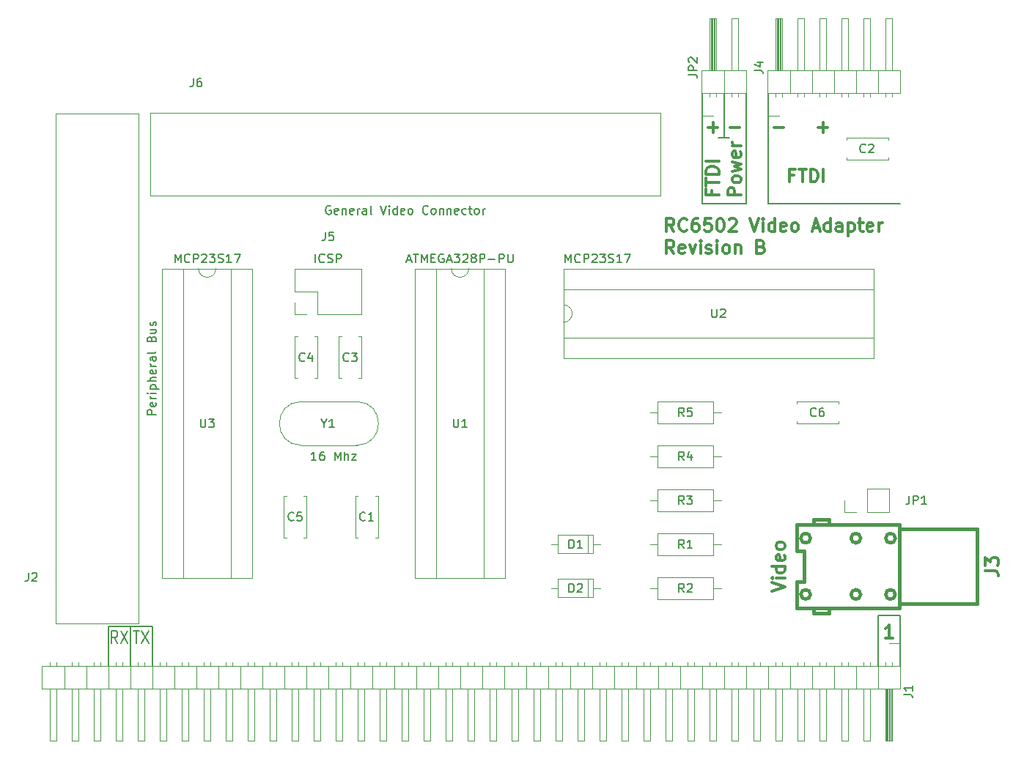
<source format=gto>
G04 #@! TF.FileFunction,Legend,Top*
%FSLAX46Y46*%
G04 Gerber Fmt 4.6, Leading zero omitted, Abs format (unit mm)*
G04 Created by KiCad (PCBNEW 4.0.6) date 06/14/17 01:09:41*
%MOMM*%
%LPD*%
G01*
G04 APERTURE LIST*
%ADD10C,0.100000*%
%ADD11C,0.300000*%
%ADD12C,0.200000*%
%ADD13C,0.120000*%
%ADD14C,0.381000*%
%ADD15C,0.150000*%
%ADD16C,0.304800*%
G04 APERTURE END LIST*
D10*
D11*
X205803572Y-85197143D02*
X206946429Y-85197143D01*
X206375000Y-85768571D02*
X206375000Y-84625714D01*
X200723572Y-85197143D02*
X201866429Y-85197143D01*
X203005715Y-90697857D02*
X202505715Y-90697857D01*
X202505715Y-91483571D02*
X202505715Y-89983571D01*
X203220001Y-89983571D01*
X203577143Y-89983571D02*
X204434286Y-89983571D01*
X204005715Y-91483571D02*
X204005715Y-89983571D01*
X204934286Y-91483571D02*
X204934286Y-89983571D01*
X205291429Y-89983571D01*
X205505714Y-90055000D01*
X205648572Y-90197857D01*
X205720000Y-90340714D01*
X205791429Y-90626429D01*
X205791429Y-90840714D01*
X205720000Y-91126429D01*
X205648572Y-91269286D01*
X205505714Y-91412143D01*
X205291429Y-91483571D01*
X204934286Y-91483571D01*
X206434286Y-91483571D02*
X206434286Y-89983571D01*
X193562857Y-92487857D02*
X193562857Y-92987857D01*
X194348571Y-92987857D02*
X192848571Y-92987857D01*
X192848571Y-92273571D01*
X192848571Y-91916429D02*
X192848571Y-91059286D01*
X194348571Y-91487857D02*
X192848571Y-91487857D01*
X194348571Y-90559286D02*
X192848571Y-90559286D01*
X192848571Y-90202143D01*
X192920000Y-89987858D01*
X193062857Y-89845000D01*
X193205714Y-89773572D01*
X193491429Y-89702143D01*
X193705714Y-89702143D01*
X193991429Y-89773572D01*
X194134286Y-89845000D01*
X194277143Y-89987858D01*
X194348571Y-90202143D01*
X194348571Y-90559286D01*
X194348571Y-89059286D02*
X192848571Y-89059286D01*
X196898571Y-92987857D02*
X195398571Y-92987857D01*
X195398571Y-92416429D01*
X195470000Y-92273571D01*
X195541429Y-92202143D01*
X195684286Y-92130714D01*
X195898571Y-92130714D01*
X196041429Y-92202143D01*
X196112857Y-92273571D01*
X196184286Y-92416429D01*
X196184286Y-92987857D01*
X196898571Y-91273571D02*
X196827143Y-91416429D01*
X196755714Y-91487857D01*
X196612857Y-91559286D01*
X196184286Y-91559286D01*
X196041429Y-91487857D01*
X195970000Y-91416429D01*
X195898571Y-91273571D01*
X195898571Y-91059286D01*
X195970000Y-90916429D01*
X196041429Y-90845000D01*
X196184286Y-90773571D01*
X196612857Y-90773571D01*
X196755714Y-90845000D01*
X196827143Y-90916429D01*
X196898571Y-91059286D01*
X196898571Y-91273571D01*
X195898571Y-90273571D02*
X196898571Y-89987857D01*
X196184286Y-89702143D01*
X196898571Y-89416428D01*
X195898571Y-89130714D01*
X196827143Y-87987857D02*
X196898571Y-88130714D01*
X196898571Y-88416428D01*
X196827143Y-88559285D01*
X196684286Y-88630714D01*
X196112857Y-88630714D01*
X195970000Y-88559285D01*
X195898571Y-88416428D01*
X195898571Y-88130714D01*
X195970000Y-87987857D01*
X196112857Y-87916428D01*
X196255714Y-87916428D01*
X196398571Y-88630714D01*
X196898571Y-87273571D02*
X195898571Y-87273571D01*
X196184286Y-87273571D02*
X196041429Y-87202143D01*
X195970000Y-87130714D01*
X195898571Y-86987857D01*
X195898571Y-86845000D01*
X195643572Y-85197143D02*
X196786429Y-85197143D01*
X193103572Y-85197143D02*
X194246429Y-85197143D01*
X193675000Y-85768571D02*
X193675000Y-84625714D01*
D12*
X194310000Y-86360000D02*
X195580000Y-86360000D01*
X200025000Y-93980000D02*
X215265000Y-93980000D01*
X200025000Y-81280000D02*
X200025000Y-93980000D01*
X194945000Y-81280000D02*
X194945000Y-86360000D01*
X197485000Y-93980000D02*
X197485000Y-81280000D01*
X192405000Y-93980000D02*
X197485000Y-93980000D01*
X192405000Y-81280000D02*
X192405000Y-93980000D01*
D11*
X189174286Y-97193571D02*
X188674286Y-96479286D01*
X188317143Y-97193571D02*
X188317143Y-95693571D01*
X188888571Y-95693571D01*
X189031429Y-95765000D01*
X189102857Y-95836429D01*
X189174286Y-95979286D01*
X189174286Y-96193571D01*
X189102857Y-96336429D01*
X189031429Y-96407857D01*
X188888571Y-96479286D01*
X188317143Y-96479286D01*
X190674286Y-97050714D02*
X190602857Y-97122143D01*
X190388571Y-97193571D01*
X190245714Y-97193571D01*
X190031429Y-97122143D01*
X189888571Y-96979286D01*
X189817143Y-96836429D01*
X189745714Y-96550714D01*
X189745714Y-96336429D01*
X189817143Y-96050714D01*
X189888571Y-95907857D01*
X190031429Y-95765000D01*
X190245714Y-95693571D01*
X190388571Y-95693571D01*
X190602857Y-95765000D01*
X190674286Y-95836429D01*
X191960000Y-95693571D02*
X191674286Y-95693571D01*
X191531429Y-95765000D01*
X191460000Y-95836429D01*
X191317143Y-96050714D01*
X191245714Y-96336429D01*
X191245714Y-96907857D01*
X191317143Y-97050714D01*
X191388571Y-97122143D01*
X191531429Y-97193571D01*
X191817143Y-97193571D01*
X191960000Y-97122143D01*
X192031429Y-97050714D01*
X192102857Y-96907857D01*
X192102857Y-96550714D01*
X192031429Y-96407857D01*
X191960000Y-96336429D01*
X191817143Y-96265000D01*
X191531429Y-96265000D01*
X191388571Y-96336429D01*
X191317143Y-96407857D01*
X191245714Y-96550714D01*
X193460000Y-95693571D02*
X192745714Y-95693571D01*
X192674285Y-96407857D01*
X192745714Y-96336429D01*
X192888571Y-96265000D01*
X193245714Y-96265000D01*
X193388571Y-96336429D01*
X193460000Y-96407857D01*
X193531428Y-96550714D01*
X193531428Y-96907857D01*
X193460000Y-97050714D01*
X193388571Y-97122143D01*
X193245714Y-97193571D01*
X192888571Y-97193571D01*
X192745714Y-97122143D01*
X192674285Y-97050714D01*
X194459999Y-95693571D02*
X194602856Y-95693571D01*
X194745713Y-95765000D01*
X194817142Y-95836429D01*
X194888571Y-95979286D01*
X194959999Y-96265000D01*
X194959999Y-96622143D01*
X194888571Y-96907857D01*
X194817142Y-97050714D01*
X194745713Y-97122143D01*
X194602856Y-97193571D01*
X194459999Y-97193571D01*
X194317142Y-97122143D01*
X194245713Y-97050714D01*
X194174285Y-96907857D01*
X194102856Y-96622143D01*
X194102856Y-96265000D01*
X194174285Y-95979286D01*
X194245713Y-95836429D01*
X194317142Y-95765000D01*
X194459999Y-95693571D01*
X195531427Y-95836429D02*
X195602856Y-95765000D01*
X195745713Y-95693571D01*
X196102856Y-95693571D01*
X196245713Y-95765000D01*
X196317142Y-95836429D01*
X196388570Y-95979286D01*
X196388570Y-96122143D01*
X196317142Y-96336429D01*
X195459999Y-97193571D01*
X196388570Y-97193571D01*
X197959998Y-95693571D02*
X198459998Y-97193571D01*
X198959998Y-95693571D01*
X199459998Y-97193571D02*
X199459998Y-96193571D01*
X199459998Y-95693571D02*
X199388569Y-95765000D01*
X199459998Y-95836429D01*
X199531426Y-95765000D01*
X199459998Y-95693571D01*
X199459998Y-95836429D01*
X200817141Y-97193571D02*
X200817141Y-95693571D01*
X200817141Y-97122143D02*
X200674284Y-97193571D01*
X200388570Y-97193571D01*
X200245712Y-97122143D01*
X200174284Y-97050714D01*
X200102855Y-96907857D01*
X200102855Y-96479286D01*
X200174284Y-96336429D01*
X200245712Y-96265000D01*
X200388570Y-96193571D01*
X200674284Y-96193571D01*
X200817141Y-96265000D01*
X202102855Y-97122143D02*
X201959998Y-97193571D01*
X201674284Y-97193571D01*
X201531427Y-97122143D01*
X201459998Y-96979286D01*
X201459998Y-96407857D01*
X201531427Y-96265000D01*
X201674284Y-96193571D01*
X201959998Y-96193571D01*
X202102855Y-96265000D01*
X202174284Y-96407857D01*
X202174284Y-96550714D01*
X201459998Y-96693571D01*
X203031427Y-97193571D02*
X202888569Y-97122143D01*
X202817141Y-97050714D01*
X202745712Y-96907857D01*
X202745712Y-96479286D01*
X202817141Y-96336429D01*
X202888569Y-96265000D01*
X203031427Y-96193571D01*
X203245712Y-96193571D01*
X203388569Y-96265000D01*
X203459998Y-96336429D01*
X203531427Y-96479286D01*
X203531427Y-96907857D01*
X203459998Y-97050714D01*
X203388569Y-97122143D01*
X203245712Y-97193571D01*
X203031427Y-97193571D01*
X205245712Y-96765000D02*
X205959998Y-96765000D01*
X205102855Y-97193571D02*
X205602855Y-95693571D01*
X206102855Y-97193571D01*
X207245712Y-97193571D02*
X207245712Y-95693571D01*
X207245712Y-97122143D02*
X207102855Y-97193571D01*
X206817141Y-97193571D01*
X206674283Y-97122143D01*
X206602855Y-97050714D01*
X206531426Y-96907857D01*
X206531426Y-96479286D01*
X206602855Y-96336429D01*
X206674283Y-96265000D01*
X206817141Y-96193571D01*
X207102855Y-96193571D01*
X207245712Y-96265000D01*
X208602855Y-97193571D02*
X208602855Y-96407857D01*
X208531426Y-96265000D01*
X208388569Y-96193571D01*
X208102855Y-96193571D01*
X207959998Y-96265000D01*
X208602855Y-97122143D02*
X208459998Y-97193571D01*
X208102855Y-97193571D01*
X207959998Y-97122143D01*
X207888569Y-96979286D01*
X207888569Y-96836429D01*
X207959998Y-96693571D01*
X208102855Y-96622143D01*
X208459998Y-96622143D01*
X208602855Y-96550714D01*
X209317141Y-96193571D02*
X209317141Y-97693571D01*
X209317141Y-96265000D02*
X209459998Y-96193571D01*
X209745712Y-96193571D01*
X209888569Y-96265000D01*
X209959998Y-96336429D01*
X210031427Y-96479286D01*
X210031427Y-96907857D01*
X209959998Y-97050714D01*
X209888569Y-97122143D01*
X209745712Y-97193571D01*
X209459998Y-97193571D01*
X209317141Y-97122143D01*
X210459998Y-96193571D02*
X211031427Y-96193571D01*
X210674284Y-95693571D02*
X210674284Y-96979286D01*
X210745712Y-97122143D01*
X210888570Y-97193571D01*
X211031427Y-97193571D01*
X212102855Y-97122143D02*
X211959998Y-97193571D01*
X211674284Y-97193571D01*
X211531427Y-97122143D01*
X211459998Y-96979286D01*
X211459998Y-96407857D01*
X211531427Y-96265000D01*
X211674284Y-96193571D01*
X211959998Y-96193571D01*
X212102855Y-96265000D01*
X212174284Y-96407857D01*
X212174284Y-96550714D01*
X211459998Y-96693571D01*
X212817141Y-97193571D02*
X212817141Y-96193571D01*
X212817141Y-96479286D02*
X212888569Y-96336429D01*
X212959998Y-96265000D01*
X213102855Y-96193571D01*
X213245712Y-96193571D01*
X189174286Y-99743571D02*
X188674286Y-99029286D01*
X188317143Y-99743571D02*
X188317143Y-98243571D01*
X188888571Y-98243571D01*
X189031429Y-98315000D01*
X189102857Y-98386429D01*
X189174286Y-98529286D01*
X189174286Y-98743571D01*
X189102857Y-98886429D01*
X189031429Y-98957857D01*
X188888571Y-99029286D01*
X188317143Y-99029286D01*
X190388571Y-99672143D02*
X190245714Y-99743571D01*
X189960000Y-99743571D01*
X189817143Y-99672143D01*
X189745714Y-99529286D01*
X189745714Y-98957857D01*
X189817143Y-98815000D01*
X189960000Y-98743571D01*
X190245714Y-98743571D01*
X190388571Y-98815000D01*
X190460000Y-98957857D01*
X190460000Y-99100714D01*
X189745714Y-99243571D01*
X190960000Y-98743571D02*
X191317143Y-99743571D01*
X191674285Y-98743571D01*
X192245714Y-99743571D02*
X192245714Y-98743571D01*
X192245714Y-98243571D02*
X192174285Y-98315000D01*
X192245714Y-98386429D01*
X192317142Y-98315000D01*
X192245714Y-98243571D01*
X192245714Y-98386429D01*
X192888571Y-99672143D02*
X193031428Y-99743571D01*
X193317143Y-99743571D01*
X193460000Y-99672143D01*
X193531428Y-99529286D01*
X193531428Y-99457857D01*
X193460000Y-99315000D01*
X193317143Y-99243571D01*
X193102857Y-99243571D01*
X192960000Y-99172143D01*
X192888571Y-99029286D01*
X192888571Y-98957857D01*
X192960000Y-98815000D01*
X193102857Y-98743571D01*
X193317143Y-98743571D01*
X193460000Y-98815000D01*
X194174286Y-99743571D02*
X194174286Y-98743571D01*
X194174286Y-98243571D02*
X194102857Y-98315000D01*
X194174286Y-98386429D01*
X194245714Y-98315000D01*
X194174286Y-98243571D01*
X194174286Y-98386429D01*
X195102858Y-99743571D02*
X194960000Y-99672143D01*
X194888572Y-99600714D01*
X194817143Y-99457857D01*
X194817143Y-99029286D01*
X194888572Y-98886429D01*
X194960000Y-98815000D01*
X195102858Y-98743571D01*
X195317143Y-98743571D01*
X195460000Y-98815000D01*
X195531429Y-98886429D01*
X195602858Y-99029286D01*
X195602858Y-99457857D01*
X195531429Y-99600714D01*
X195460000Y-99672143D01*
X195317143Y-99743571D01*
X195102858Y-99743571D01*
X196245715Y-98743571D02*
X196245715Y-99743571D01*
X196245715Y-98886429D02*
X196317143Y-98815000D01*
X196460001Y-98743571D01*
X196674286Y-98743571D01*
X196817143Y-98815000D01*
X196888572Y-98957857D01*
X196888572Y-99743571D01*
X199245715Y-98957857D02*
X199460001Y-99029286D01*
X199531429Y-99100714D01*
X199602858Y-99243571D01*
X199602858Y-99457857D01*
X199531429Y-99600714D01*
X199460001Y-99672143D01*
X199317143Y-99743571D01*
X198745715Y-99743571D01*
X198745715Y-98243571D01*
X199245715Y-98243571D01*
X199388572Y-98315000D01*
X199460001Y-98386429D01*
X199531429Y-98529286D01*
X199531429Y-98672143D01*
X199460001Y-98815000D01*
X199388572Y-98886429D01*
X199245715Y-98957857D01*
X198745715Y-98957857D01*
D12*
X124895001Y-144823571D02*
X124495001Y-144109286D01*
X124209286Y-144823571D02*
X124209286Y-143323571D01*
X124666429Y-143323571D01*
X124780715Y-143395000D01*
X124837858Y-143466429D01*
X124895001Y-143609286D01*
X124895001Y-143823571D01*
X124837858Y-143966429D01*
X124780715Y-144037857D01*
X124666429Y-144109286D01*
X124209286Y-144109286D01*
X125295001Y-143323571D02*
X126095001Y-144823571D01*
X126095001Y-143323571D02*
X125295001Y-144823571D01*
X123825000Y-142875000D02*
X126365000Y-142875000D01*
X123825000Y-147320000D02*
X123825000Y-142875000D01*
X126720715Y-143323571D02*
X127406429Y-143323571D01*
X127063572Y-144823571D02*
X127063572Y-143323571D01*
X127692144Y-143323571D02*
X128492144Y-144823571D01*
X128492144Y-143323571D02*
X127692144Y-144823571D01*
X128905000Y-142875000D02*
X128905000Y-147320000D01*
X126365000Y-142875000D02*
X128905000Y-142875000D01*
X126365000Y-147320000D02*
X126365000Y-142875000D01*
D11*
X214423572Y-144188571D02*
X213566429Y-144188571D01*
X213995001Y-144188571D02*
X213995001Y-142688571D01*
X213852144Y-142902857D01*
X213709286Y-143045714D01*
X213566429Y-143117143D01*
D12*
X215265000Y-141605000D02*
X215265000Y-147320000D01*
X212725000Y-141605000D02*
X215265000Y-141605000D01*
X212725000Y-147320000D02*
X212725000Y-141605000D01*
D13*
X163465000Y-101480000D02*
X161695000Y-101480000D01*
X161695000Y-101480000D02*
X161695000Y-137280000D01*
X161695000Y-137280000D02*
X167235000Y-137280000D01*
X167235000Y-137280000D02*
X167235000Y-101480000D01*
X167235000Y-101480000D02*
X165465000Y-101480000D01*
X159265000Y-101480000D02*
X159265000Y-137280000D01*
X159265000Y-137280000D02*
X169665000Y-137280000D01*
X169665000Y-137280000D02*
X169665000Y-101480000D01*
X169665000Y-101480000D02*
X159265000Y-101480000D01*
X165465000Y-101480000D02*
G75*
G02X163465000Y-101480000I-1000000J0D01*
G01*
X152360000Y-132625000D02*
X152360000Y-127805000D01*
X154980000Y-132625000D02*
X154980000Y-127805000D01*
X152360000Y-132625000D02*
X152674000Y-132625000D01*
X154666000Y-132625000D02*
X154980000Y-132625000D01*
X152360000Y-127805000D02*
X152674000Y-127805000D01*
X154666000Y-127805000D02*
X154980000Y-127805000D01*
X213905000Y-88940000D02*
X209085000Y-88940000D01*
X213905000Y-86320000D02*
X209085000Y-86320000D01*
X213905000Y-88940000D02*
X213905000Y-88626000D01*
X213905000Y-86634000D02*
X213905000Y-86320000D01*
X209085000Y-88940000D02*
X209085000Y-88626000D01*
X209085000Y-86634000D02*
X209085000Y-86320000D01*
X153075000Y-109310000D02*
X153075000Y-114130000D01*
X150455000Y-109310000D02*
X150455000Y-114130000D01*
X153075000Y-109310000D02*
X152761000Y-109310000D01*
X150769000Y-109310000D02*
X150455000Y-109310000D01*
X153075000Y-114130000D02*
X152761000Y-114130000D01*
X150769000Y-114130000D02*
X150455000Y-114130000D01*
X147995000Y-109310000D02*
X147995000Y-114130000D01*
X145375000Y-109310000D02*
X145375000Y-114130000D01*
X147995000Y-109310000D02*
X147681000Y-109310000D01*
X145689000Y-109310000D02*
X145375000Y-109310000D01*
X147995000Y-114130000D02*
X147681000Y-114130000D01*
X145689000Y-114130000D02*
X145375000Y-114130000D01*
X179860000Y-134410000D02*
X179860000Y-132290000D01*
X179860000Y-132290000D02*
X175740000Y-132290000D01*
X175740000Y-132290000D02*
X175740000Y-134410000D01*
X175740000Y-134410000D02*
X179860000Y-134410000D01*
X180630000Y-133350000D02*
X179860000Y-133350000D01*
X174970000Y-133350000D02*
X175740000Y-133350000D01*
X179200000Y-134410000D02*
X179200000Y-132290000D01*
X179860000Y-139490000D02*
X179860000Y-137370000D01*
X179860000Y-137370000D02*
X175740000Y-137370000D01*
X175740000Y-137370000D02*
X175740000Y-139490000D01*
X175740000Y-139490000D02*
X179860000Y-139490000D01*
X180630000Y-138430000D02*
X179860000Y-138430000D01*
X174970000Y-138430000D02*
X175740000Y-138430000D01*
X179200000Y-139490000D02*
X179200000Y-137370000D01*
X215325000Y-147390000D02*
X212725000Y-147390000D01*
X212725000Y-147390000D02*
X212725000Y-150010000D01*
X212725000Y-150010000D02*
X215325000Y-150010000D01*
X215325000Y-150010000D02*
X215325000Y-147390000D01*
X214375000Y-150010000D02*
X213615000Y-150010000D01*
X213615000Y-150010000D02*
X213615000Y-156010000D01*
X213615000Y-156010000D02*
X214375000Y-156010000D01*
X214375000Y-156010000D02*
X214375000Y-150010000D01*
X214375000Y-146960000D02*
X214375000Y-147390000D01*
X213615000Y-146960000D02*
X213615000Y-147390000D01*
X214255000Y-150010000D02*
X214255000Y-156010000D01*
X214135000Y-150010000D02*
X214135000Y-156010000D01*
X214015000Y-150010000D02*
X214015000Y-156010000D01*
X213895000Y-150010000D02*
X213895000Y-156010000D01*
X213775000Y-150010000D02*
X213775000Y-156010000D01*
X213655000Y-150010000D02*
X213655000Y-156010000D01*
X212725000Y-147390000D02*
X210185000Y-147390000D01*
X210185000Y-147390000D02*
X210185000Y-150010000D01*
X210185000Y-150010000D02*
X212725000Y-150010000D01*
X212725000Y-150010000D02*
X212725000Y-147390000D01*
X211835000Y-150010000D02*
X211075000Y-150010000D01*
X211075000Y-150010000D02*
X211075000Y-156010000D01*
X211075000Y-156010000D02*
X211835000Y-156010000D01*
X211835000Y-156010000D02*
X211835000Y-150010000D01*
X211835000Y-146960000D02*
X211835000Y-147390000D01*
X211075000Y-146960000D02*
X211075000Y-147390000D01*
X210185000Y-147390000D02*
X207645000Y-147390000D01*
X207645000Y-147390000D02*
X207645000Y-150010000D01*
X207645000Y-150010000D02*
X210185000Y-150010000D01*
X210185000Y-150010000D02*
X210185000Y-147390000D01*
X209295000Y-150010000D02*
X208535000Y-150010000D01*
X208535000Y-150010000D02*
X208535000Y-156010000D01*
X208535000Y-156010000D02*
X209295000Y-156010000D01*
X209295000Y-156010000D02*
X209295000Y-150010000D01*
X209295000Y-146960000D02*
X209295000Y-147390000D01*
X208535000Y-146960000D02*
X208535000Y-147390000D01*
X207645000Y-147390000D02*
X205105000Y-147390000D01*
X205105000Y-147390000D02*
X205105000Y-150010000D01*
X205105000Y-150010000D02*
X207645000Y-150010000D01*
X207645000Y-150010000D02*
X207645000Y-147390000D01*
X206755000Y-150010000D02*
X205995000Y-150010000D01*
X205995000Y-150010000D02*
X205995000Y-156010000D01*
X205995000Y-156010000D02*
X206755000Y-156010000D01*
X206755000Y-156010000D02*
X206755000Y-150010000D01*
X206755000Y-146960000D02*
X206755000Y-147390000D01*
X205995000Y-146960000D02*
X205995000Y-147390000D01*
X205105000Y-147390000D02*
X202565000Y-147390000D01*
X202565000Y-147390000D02*
X202565000Y-150010000D01*
X202565000Y-150010000D02*
X205105000Y-150010000D01*
X205105000Y-150010000D02*
X205105000Y-147390000D01*
X204215000Y-150010000D02*
X203455000Y-150010000D01*
X203455000Y-150010000D02*
X203455000Y-156010000D01*
X203455000Y-156010000D02*
X204215000Y-156010000D01*
X204215000Y-156010000D02*
X204215000Y-150010000D01*
X204215000Y-146960000D02*
X204215000Y-147390000D01*
X203455000Y-146960000D02*
X203455000Y-147390000D01*
X202565000Y-147390000D02*
X200025000Y-147390000D01*
X200025000Y-147390000D02*
X200025000Y-150010000D01*
X200025000Y-150010000D02*
X202565000Y-150010000D01*
X202565000Y-150010000D02*
X202565000Y-147390000D01*
X201675000Y-150010000D02*
X200915000Y-150010000D01*
X200915000Y-150010000D02*
X200915000Y-156010000D01*
X200915000Y-156010000D02*
X201675000Y-156010000D01*
X201675000Y-156010000D02*
X201675000Y-150010000D01*
X201675000Y-146960000D02*
X201675000Y-147390000D01*
X200915000Y-146960000D02*
X200915000Y-147390000D01*
X200025000Y-147390000D02*
X197485000Y-147390000D01*
X197485000Y-147390000D02*
X197485000Y-150010000D01*
X197485000Y-150010000D02*
X200025000Y-150010000D01*
X200025000Y-150010000D02*
X200025000Y-147390000D01*
X199135000Y-150010000D02*
X198375000Y-150010000D01*
X198375000Y-150010000D02*
X198375000Y-156010000D01*
X198375000Y-156010000D02*
X199135000Y-156010000D01*
X199135000Y-156010000D02*
X199135000Y-150010000D01*
X199135000Y-146960000D02*
X199135000Y-147390000D01*
X198375000Y-146960000D02*
X198375000Y-147390000D01*
X197485000Y-147390000D02*
X194945000Y-147390000D01*
X194945000Y-147390000D02*
X194945000Y-150010000D01*
X194945000Y-150010000D02*
X197485000Y-150010000D01*
X197485000Y-150010000D02*
X197485000Y-147390000D01*
X196595000Y-150010000D02*
X195835000Y-150010000D01*
X195835000Y-150010000D02*
X195835000Y-156010000D01*
X195835000Y-156010000D02*
X196595000Y-156010000D01*
X196595000Y-156010000D02*
X196595000Y-150010000D01*
X196595000Y-146960000D02*
X196595000Y-147390000D01*
X195835000Y-146960000D02*
X195835000Y-147390000D01*
X194945000Y-147390000D02*
X192405000Y-147390000D01*
X192405000Y-147390000D02*
X192405000Y-150010000D01*
X192405000Y-150010000D02*
X194945000Y-150010000D01*
X194945000Y-150010000D02*
X194945000Y-147390000D01*
X194055000Y-150010000D02*
X193295000Y-150010000D01*
X193295000Y-150010000D02*
X193295000Y-156010000D01*
X193295000Y-156010000D02*
X194055000Y-156010000D01*
X194055000Y-156010000D02*
X194055000Y-150010000D01*
X194055000Y-146960000D02*
X194055000Y-147390000D01*
X193295000Y-146960000D02*
X193295000Y-147390000D01*
X192405000Y-147390000D02*
X189865000Y-147390000D01*
X189865000Y-147390000D02*
X189865000Y-150010000D01*
X189865000Y-150010000D02*
X192405000Y-150010000D01*
X192405000Y-150010000D02*
X192405000Y-147390000D01*
X191515000Y-150010000D02*
X190755000Y-150010000D01*
X190755000Y-150010000D02*
X190755000Y-156010000D01*
X190755000Y-156010000D02*
X191515000Y-156010000D01*
X191515000Y-156010000D02*
X191515000Y-150010000D01*
X191515000Y-146960000D02*
X191515000Y-147390000D01*
X190755000Y-146960000D02*
X190755000Y-147390000D01*
X189865000Y-147390000D02*
X187325000Y-147390000D01*
X187325000Y-147390000D02*
X187325000Y-150010000D01*
X187325000Y-150010000D02*
X189865000Y-150010000D01*
X189865000Y-150010000D02*
X189865000Y-147390000D01*
X188975000Y-150010000D02*
X188215000Y-150010000D01*
X188215000Y-150010000D02*
X188215000Y-156010000D01*
X188215000Y-156010000D02*
X188975000Y-156010000D01*
X188975000Y-156010000D02*
X188975000Y-150010000D01*
X188975000Y-146960000D02*
X188975000Y-147390000D01*
X188215000Y-146960000D02*
X188215000Y-147390000D01*
X187325000Y-147390000D02*
X184785000Y-147390000D01*
X184785000Y-147390000D02*
X184785000Y-150010000D01*
X184785000Y-150010000D02*
X187325000Y-150010000D01*
X187325000Y-150010000D02*
X187325000Y-147390000D01*
X186435000Y-150010000D02*
X185675000Y-150010000D01*
X185675000Y-150010000D02*
X185675000Y-156010000D01*
X185675000Y-156010000D02*
X186435000Y-156010000D01*
X186435000Y-156010000D02*
X186435000Y-150010000D01*
X186435000Y-146960000D02*
X186435000Y-147390000D01*
X185675000Y-146960000D02*
X185675000Y-147390000D01*
X184785000Y-147390000D02*
X182245000Y-147390000D01*
X182245000Y-147390000D02*
X182245000Y-150010000D01*
X182245000Y-150010000D02*
X184785000Y-150010000D01*
X184785000Y-150010000D02*
X184785000Y-147390000D01*
X183895000Y-150010000D02*
X183135000Y-150010000D01*
X183135000Y-150010000D02*
X183135000Y-156010000D01*
X183135000Y-156010000D02*
X183895000Y-156010000D01*
X183895000Y-156010000D02*
X183895000Y-150010000D01*
X183895000Y-146960000D02*
X183895000Y-147390000D01*
X183135000Y-146960000D02*
X183135000Y-147390000D01*
X182245000Y-147390000D02*
X179705000Y-147390000D01*
X179705000Y-147390000D02*
X179705000Y-150010000D01*
X179705000Y-150010000D02*
X182245000Y-150010000D01*
X182245000Y-150010000D02*
X182245000Y-147390000D01*
X181355000Y-150010000D02*
X180595000Y-150010000D01*
X180595000Y-150010000D02*
X180595000Y-156010000D01*
X180595000Y-156010000D02*
X181355000Y-156010000D01*
X181355000Y-156010000D02*
X181355000Y-150010000D01*
X181355000Y-146960000D02*
X181355000Y-147390000D01*
X180595000Y-146960000D02*
X180595000Y-147390000D01*
X179705000Y-147390000D02*
X177165000Y-147390000D01*
X177165000Y-147390000D02*
X177165000Y-150010000D01*
X177165000Y-150010000D02*
X179705000Y-150010000D01*
X179705000Y-150010000D02*
X179705000Y-147390000D01*
X178815000Y-150010000D02*
X178055000Y-150010000D01*
X178055000Y-150010000D02*
X178055000Y-156010000D01*
X178055000Y-156010000D02*
X178815000Y-156010000D01*
X178815000Y-156010000D02*
X178815000Y-150010000D01*
X178815000Y-146960000D02*
X178815000Y-147390000D01*
X178055000Y-146960000D02*
X178055000Y-147390000D01*
X177165000Y-147390000D02*
X174625000Y-147390000D01*
X174625000Y-147390000D02*
X174625000Y-150010000D01*
X174625000Y-150010000D02*
X177165000Y-150010000D01*
X177165000Y-150010000D02*
X177165000Y-147390000D01*
X176275000Y-150010000D02*
X175515000Y-150010000D01*
X175515000Y-150010000D02*
X175515000Y-156010000D01*
X175515000Y-156010000D02*
X176275000Y-156010000D01*
X176275000Y-156010000D02*
X176275000Y-150010000D01*
X176275000Y-146960000D02*
X176275000Y-147390000D01*
X175515000Y-146960000D02*
X175515000Y-147390000D01*
X174625000Y-147390000D02*
X172085000Y-147390000D01*
X172085000Y-147390000D02*
X172085000Y-150010000D01*
X172085000Y-150010000D02*
X174625000Y-150010000D01*
X174625000Y-150010000D02*
X174625000Y-147390000D01*
X173735000Y-150010000D02*
X172975000Y-150010000D01*
X172975000Y-150010000D02*
X172975000Y-156010000D01*
X172975000Y-156010000D02*
X173735000Y-156010000D01*
X173735000Y-156010000D02*
X173735000Y-150010000D01*
X173735000Y-146960000D02*
X173735000Y-147390000D01*
X172975000Y-146960000D02*
X172975000Y-147390000D01*
X172085000Y-147390000D02*
X169545000Y-147390000D01*
X169545000Y-147390000D02*
X169545000Y-150010000D01*
X169545000Y-150010000D02*
X172085000Y-150010000D01*
X172085000Y-150010000D02*
X172085000Y-147390000D01*
X171195000Y-150010000D02*
X170435000Y-150010000D01*
X170435000Y-150010000D02*
X170435000Y-156010000D01*
X170435000Y-156010000D02*
X171195000Y-156010000D01*
X171195000Y-156010000D02*
X171195000Y-150010000D01*
X171195000Y-146960000D02*
X171195000Y-147390000D01*
X170435000Y-146960000D02*
X170435000Y-147390000D01*
X169545000Y-147390000D02*
X167005000Y-147390000D01*
X167005000Y-147390000D02*
X167005000Y-150010000D01*
X167005000Y-150010000D02*
X169545000Y-150010000D01*
X169545000Y-150010000D02*
X169545000Y-147390000D01*
X168655000Y-150010000D02*
X167895000Y-150010000D01*
X167895000Y-150010000D02*
X167895000Y-156010000D01*
X167895000Y-156010000D02*
X168655000Y-156010000D01*
X168655000Y-156010000D02*
X168655000Y-150010000D01*
X168655000Y-146960000D02*
X168655000Y-147390000D01*
X167895000Y-146960000D02*
X167895000Y-147390000D01*
X167005000Y-147390000D02*
X164465000Y-147390000D01*
X164465000Y-147390000D02*
X164465000Y-150010000D01*
X164465000Y-150010000D02*
X167005000Y-150010000D01*
X167005000Y-150010000D02*
X167005000Y-147390000D01*
X166115000Y-150010000D02*
X165355000Y-150010000D01*
X165355000Y-150010000D02*
X165355000Y-156010000D01*
X165355000Y-156010000D02*
X166115000Y-156010000D01*
X166115000Y-156010000D02*
X166115000Y-150010000D01*
X166115000Y-146960000D02*
X166115000Y-147390000D01*
X165355000Y-146960000D02*
X165355000Y-147390000D01*
X164465000Y-147390000D02*
X161925000Y-147390000D01*
X161925000Y-147390000D02*
X161925000Y-150010000D01*
X161925000Y-150010000D02*
X164465000Y-150010000D01*
X164465000Y-150010000D02*
X164465000Y-147390000D01*
X163575000Y-150010000D02*
X162815000Y-150010000D01*
X162815000Y-150010000D02*
X162815000Y-156010000D01*
X162815000Y-156010000D02*
X163575000Y-156010000D01*
X163575000Y-156010000D02*
X163575000Y-150010000D01*
X163575000Y-146960000D02*
X163575000Y-147390000D01*
X162815000Y-146960000D02*
X162815000Y-147390000D01*
X161925000Y-147390000D02*
X159385000Y-147390000D01*
X159385000Y-147390000D02*
X159385000Y-150010000D01*
X159385000Y-150010000D02*
X161925000Y-150010000D01*
X161925000Y-150010000D02*
X161925000Y-147390000D01*
X161035000Y-150010000D02*
X160275000Y-150010000D01*
X160275000Y-150010000D02*
X160275000Y-156010000D01*
X160275000Y-156010000D02*
X161035000Y-156010000D01*
X161035000Y-156010000D02*
X161035000Y-150010000D01*
X161035000Y-146960000D02*
X161035000Y-147390000D01*
X160275000Y-146960000D02*
X160275000Y-147390000D01*
X159385000Y-147390000D02*
X156845000Y-147390000D01*
X156845000Y-147390000D02*
X156845000Y-150010000D01*
X156845000Y-150010000D02*
X159385000Y-150010000D01*
X159385000Y-150010000D02*
X159385000Y-147390000D01*
X158495000Y-150010000D02*
X157735000Y-150010000D01*
X157735000Y-150010000D02*
X157735000Y-156010000D01*
X157735000Y-156010000D02*
X158495000Y-156010000D01*
X158495000Y-156010000D02*
X158495000Y-150010000D01*
X158495000Y-146960000D02*
X158495000Y-147390000D01*
X157735000Y-146960000D02*
X157735000Y-147390000D01*
X156845000Y-147390000D02*
X154305000Y-147390000D01*
X154305000Y-147390000D02*
X154305000Y-150010000D01*
X154305000Y-150010000D02*
X156845000Y-150010000D01*
X156845000Y-150010000D02*
X156845000Y-147390000D01*
X155955000Y-150010000D02*
X155195000Y-150010000D01*
X155195000Y-150010000D02*
X155195000Y-156010000D01*
X155195000Y-156010000D02*
X155955000Y-156010000D01*
X155955000Y-156010000D02*
X155955000Y-150010000D01*
X155955000Y-146960000D02*
X155955000Y-147390000D01*
X155195000Y-146960000D02*
X155195000Y-147390000D01*
X154305000Y-147390000D02*
X151765000Y-147390000D01*
X151765000Y-147390000D02*
X151765000Y-150010000D01*
X151765000Y-150010000D02*
X154305000Y-150010000D01*
X154305000Y-150010000D02*
X154305000Y-147390000D01*
X153415000Y-150010000D02*
X152655000Y-150010000D01*
X152655000Y-150010000D02*
X152655000Y-156010000D01*
X152655000Y-156010000D02*
X153415000Y-156010000D01*
X153415000Y-156010000D02*
X153415000Y-150010000D01*
X153415000Y-146960000D02*
X153415000Y-147390000D01*
X152655000Y-146960000D02*
X152655000Y-147390000D01*
X151765000Y-147390000D02*
X149225000Y-147390000D01*
X149225000Y-147390000D02*
X149225000Y-150010000D01*
X149225000Y-150010000D02*
X151765000Y-150010000D01*
X151765000Y-150010000D02*
X151765000Y-147390000D01*
X150875000Y-150010000D02*
X150115000Y-150010000D01*
X150115000Y-150010000D02*
X150115000Y-156010000D01*
X150115000Y-156010000D02*
X150875000Y-156010000D01*
X150875000Y-156010000D02*
X150875000Y-150010000D01*
X150875000Y-146960000D02*
X150875000Y-147390000D01*
X150115000Y-146960000D02*
X150115000Y-147390000D01*
X149225000Y-147390000D02*
X146685000Y-147390000D01*
X146685000Y-147390000D02*
X146685000Y-150010000D01*
X146685000Y-150010000D02*
X149225000Y-150010000D01*
X149225000Y-150010000D02*
X149225000Y-147390000D01*
X148335000Y-150010000D02*
X147575000Y-150010000D01*
X147575000Y-150010000D02*
X147575000Y-156010000D01*
X147575000Y-156010000D02*
X148335000Y-156010000D01*
X148335000Y-156010000D02*
X148335000Y-150010000D01*
X148335000Y-146960000D02*
X148335000Y-147390000D01*
X147575000Y-146960000D02*
X147575000Y-147390000D01*
X146685000Y-147390000D02*
X144145000Y-147390000D01*
X144145000Y-147390000D02*
X144145000Y-150010000D01*
X144145000Y-150010000D02*
X146685000Y-150010000D01*
X146685000Y-150010000D02*
X146685000Y-147390000D01*
X145795000Y-150010000D02*
X145035000Y-150010000D01*
X145035000Y-150010000D02*
X145035000Y-156010000D01*
X145035000Y-156010000D02*
X145795000Y-156010000D01*
X145795000Y-156010000D02*
X145795000Y-150010000D01*
X145795000Y-146960000D02*
X145795000Y-147390000D01*
X145035000Y-146960000D02*
X145035000Y-147390000D01*
X144145000Y-147390000D02*
X141605000Y-147390000D01*
X141605000Y-147390000D02*
X141605000Y-150010000D01*
X141605000Y-150010000D02*
X144145000Y-150010000D01*
X144145000Y-150010000D02*
X144145000Y-147390000D01*
X143255000Y-150010000D02*
X142495000Y-150010000D01*
X142495000Y-150010000D02*
X142495000Y-156010000D01*
X142495000Y-156010000D02*
X143255000Y-156010000D01*
X143255000Y-156010000D02*
X143255000Y-150010000D01*
X143255000Y-146960000D02*
X143255000Y-147390000D01*
X142495000Y-146960000D02*
X142495000Y-147390000D01*
X141605000Y-147390000D02*
X139065000Y-147390000D01*
X139065000Y-147390000D02*
X139065000Y-150010000D01*
X139065000Y-150010000D02*
X141605000Y-150010000D01*
X141605000Y-150010000D02*
X141605000Y-147390000D01*
X140715000Y-150010000D02*
X139955000Y-150010000D01*
X139955000Y-150010000D02*
X139955000Y-156010000D01*
X139955000Y-156010000D02*
X140715000Y-156010000D01*
X140715000Y-156010000D02*
X140715000Y-150010000D01*
X140715000Y-146960000D02*
X140715000Y-147390000D01*
X139955000Y-146960000D02*
X139955000Y-147390000D01*
X139065000Y-147390000D02*
X136525000Y-147390000D01*
X136525000Y-147390000D02*
X136525000Y-150010000D01*
X136525000Y-150010000D02*
X139065000Y-150010000D01*
X139065000Y-150010000D02*
X139065000Y-147390000D01*
X138175000Y-150010000D02*
X137415000Y-150010000D01*
X137415000Y-150010000D02*
X137415000Y-156010000D01*
X137415000Y-156010000D02*
X138175000Y-156010000D01*
X138175000Y-156010000D02*
X138175000Y-150010000D01*
X138175000Y-146960000D02*
X138175000Y-147390000D01*
X137415000Y-146960000D02*
X137415000Y-147390000D01*
X136525000Y-147390000D02*
X133985000Y-147390000D01*
X133985000Y-147390000D02*
X133985000Y-150010000D01*
X133985000Y-150010000D02*
X136525000Y-150010000D01*
X136525000Y-150010000D02*
X136525000Y-147390000D01*
X135635000Y-150010000D02*
X134875000Y-150010000D01*
X134875000Y-150010000D02*
X134875000Y-156010000D01*
X134875000Y-156010000D02*
X135635000Y-156010000D01*
X135635000Y-156010000D02*
X135635000Y-150010000D01*
X135635000Y-146960000D02*
X135635000Y-147390000D01*
X134875000Y-146960000D02*
X134875000Y-147390000D01*
X133985000Y-147390000D02*
X131445000Y-147390000D01*
X131445000Y-147390000D02*
X131445000Y-150010000D01*
X131445000Y-150010000D02*
X133985000Y-150010000D01*
X133985000Y-150010000D02*
X133985000Y-147390000D01*
X133095000Y-150010000D02*
X132335000Y-150010000D01*
X132335000Y-150010000D02*
X132335000Y-156010000D01*
X132335000Y-156010000D02*
X133095000Y-156010000D01*
X133095000Y-156010000D02*
X133095000Y-150010000D01*
X133095000Y-146960000D02*
X133095000Y-147390000D01*
X132335000Y-146960000D02*
X132335000Y-147390000D01*
X131445000Y-147390000D02*
X128905000Y-147390000D01*
X128905000Y-147390000D02*
X128905000Y-150010000D01*
X128905000Y-150010000D02*
X131445000Y-150010000D01*
X131445000Y-150010000D02*
X131445000Y-147390000D01*
X130555000Y-150010000D02*
X129795000Y-150010000D01*
X129795000Y-150010000D02*
X129795000Y-156010000D01*
X129795000Y-156010000D02*
X130555000Y-156010000D01*
X130555000Y-156010000D02*
X130555000Y-150010000D01*
X130555000Y-146960000D02*
X130555000Y-147390000D01*
X129795000Y-146960000D02*
X129795000Y-147390000D01*
X128905000Y-147390000D02*
X126365000Y-147390000D01*
X126365000Y-147390000D02*
X126365000Y-150010000D01*
X126365000Y-150010000D02*
X128905000Y-150010000D01*
X128905000Y-150010000D02*
X128905000Y-147390000D01*
X128015000Y-150010000D02*
X127255000Y-150010000D01*
X127255000Y-150010000D02*
X127255000Y-156010000D01*
X127255000Y-156010000D02*
X128015000Y-156010000D01*
X128015000Y-156010000D02*
X128015000Y-150010000D01*
X128015000Y-146960000D02*
X128015000Y-147390000D01*
X127255000Y-146960000D02*
X127255000Y-147390000D01*
X126365000Y-147390000D02*
X123825000Y-147390000D01*
X123825000Y-147390000D02*
X123825000Y-150010000D01*
X123825000Y-150010000D02*
X126365000Y-150010000D01*
X126365000Y-150010000D02*
X126365000Y-147390000D01*
X125475000Y-150010000D02*
X124715000Y-150010000D01*
X124715000Y-150010000D02*
X124715000Y-156010000D01*
X124715000Y-156010000D02*
X125475000Y-156010000D01*
X125475000Y-156010000D02*
X125475000Y-150010000D01*
X125475000Y-146960000D02*
X125475000Y-147390000D01*
X124715000Y-146960000D02*
X124715000Y-147390000D01*
X123825000Y-147390000D02*
X121285000Y-147390000D01*
X121285000Y-147390000D02*
X121285000Y-150010000D01*
X121285000Y-150010000D02*
X123825000Y-150010000D01*
X123825000Y-150010000D02*
X123825000Y-147390000D01*
X122935000Y-150010000D02*
X122175000Y-150010000D01*
X122175000Y-150010000D02*
X122175000Y-156010000D01*
X122175000Y-156010000D02*
X122935000Y-156010000D01*
X122935000Y-156010000D02*
X122935000Y-150010000D01*
X122935000Y-146960000D02*
X122935000Y-147390000D01*
X122175000Y-146960000D02*
X122175000Y-147390000D01*
X121285000Y-147390000D02*
X118745000Y-147390000D01*
X118745000Y-147390000D02*
X118745000Y-150010000D01*
X118745000Y-150010000D02*
X121285000Y-150010000D01*
X121285000Y-150010000D02*
X121285000Y-147390000D01*
X120395000Y-150010000D02*
X119635000Y-150010000D01*
X119635000Y-150010000D02*
X119635000Y-156010000D01*
X119635000Y-156010000D02*
X120395000Y-156010000D01*
X120395000Y-156010000D02*
X120395000Y-150010000D01*
X120395000Y-146960000D02*
X120395000Y-147390000D01*
X119635000Y-146960000D02*
X119635000Y-147390000D01*
X118745000Y-147390000D02*
X116145000Y-147390000D01*
X116145000Y-147390000D02*
X116145000Y-150010000D01*
X116145000Y-150010000D02*
X118745000Y-150010000D01*
X118745000Y-150010000D02*
X118745000Y-147390000D01*
X117855000Y-150010000D02*
X117095000Y-150010000D01*
X117095000Y-150010000D02*
X117095000Y-156010000D01*
X117095000Y-156010000D02*
X117855000Y-156010000D01*
X117855000Y-156010000D02*
X117855000Y-150010000D01*
X117855000Y-146960000D02*
X117855000Y-147390000D01*
X117095000Y-146960000D02*
X117095000Y-147390000D01*
X213995000Y-144780000D02*
X215265000Y-144780000D01*
X215265000Y-144780000D02*
X215265000Y-146050000D01*
X117755000Y-142490000D02*
X117755000Y-83570000D01*
X117755000Y-83570000D02*
X127355000Y-83570000D01*
X127355000Y-83570000D02*
X127355000Y-142490000D01*
X127355000Y-142490000D02*
X117755000Y-142490000D01*
X199965000Y-81210000D02*
X202565000Y-81210000D01*
X202565000Y-81210000D02*
X202565000Y-78590000D01*
X202565000Y-78590000D02*
X199965000Y-78590000D01*
X199965000Y-78590000D02*
X199965000Y-81210000D01*
X200915000Y-78590000D02*
X201675000Y-78590000D01*
X201675000Y-78590000D02*
X201675000Y-72590000D01*
X201675000Y-72590000D02*
X200915000Y-72590000D01*
X200915000Y-72590000D02*
X200915000Y-78590000D01*
X200915000Y-81640000D02*
X200915000Y-81210000D01*
X201675000Y-81640000D02*
X201675000Y-81210000D01*
X201035000Y-78590000D02*
X201035000Y-72590000D01*
X201155000Y-78590000D02*
X201155000Y-72590000D01*
X201275000Y-78590000D02*
X201275000Y-72590000D01*
X201395000Y-78590000D02*
X201395000Y-72590000D01*
X201515000Y-78590000D02*
X201515000Y-72590000D01*
X201635000Y-78590000D02*
X201635000Y-72590000D01*
X202565000Y-81210000D02*
X205105000Y-81210000D01*
X205105000Y-81210000D02*
X205105000Y-78590000D01*
X205105000Y-78590000D02*
X202565000Y-78590000D01*
X202565000Y-78590000D02*
X202565000Y-81210000D01*
X203455000Y-78590000D02*
X204215000Y-78590000D01*
X204215000Y-78590000D02*
X204215000Y-72590000D01*
X204215000Y-72590000D02*
X203455000Y-72590000D01*
X203455000Y-72590000D02*
X203455000Y-78590000D01*
X203455000Y-81640000D02*
X203455000Y-81210000D01*
X204215000Y-81640000D02*
X204215000Y-81210000D01*
X205105000Y-81210000D02*
X207645000Y-81210000D01*
X207645000Y-81210000D02*
X207645000Y-78590000D01*
X207645000Y-78590000D02*
X205105000Y-78590000D01*
X205105000Y-78590000D02*
X205105000Y-81210000D01*
X205995000Y-78590000D02*
X206755000Y-78590000D01*
X206755000Y-78590000D02*
X206755000Y-72590000D01*
X206755000Y-72590000D02*
X205995000Y-72590000D01*
X205995000Y-72590000D02*
X205995000Y-78590000D01*
X205995000Y-81640000D02*
X205995000Y-81210000D01*
X206755000Y-81640000D02*
X206755000Y-81210000D01*
X207645000Y-81210000D02*
X210185000Y-81210000D01*
X210185000Y-81210000D02*
X210185000Y-78590000D01*
X210185000Y-78590000D02*
X207645000Y-78590000D01*
X207645000Y-78590000D02*
X207645000Y-81210000D01*
X208535000Y-78590000D02*
X209295000Y-78590000D01*
X209295000Y-78590000D02*
X209295000Y-72590000D01*
X209295000Y-72590000D02*
X208535000Y-72590000D01*
X208535000Y-72590000D02*
X208535000Y-78590000D01*
X208535000Y-81640000D02*
X208535000Y-81210000D01*
X209295000Y-81640000D02*
X209295000Y-81210000D01*
X210185000Y-81210000D02*
X212725000Y-81210000D01*
X212725000Y-81210000D02*
X212725000Y-78590000D01*
X212725000Y-78590000D02*
X210185000Y-78590000D01*
X210185000Y-78590000D02*
X210185000Y-81210000D01*
X211075000Y-78590000D02*
X211835000Y-78590000D01*
X211835000Y-78590000D02*
X211835000Y-72590000D01*
X211835000Y-72590000D02*
X211075000Y-72590000D01*
X211075000Y-72590000D02*
X211075000Y-78590000D01*
X211075000Y-81640000D02*
X211075000Y-81210000D01*
X211835000Y-81640000D02*
X211835000Y-81210000D01*
X212725000Y-81210000D02*
X215325000Y-81210000D01*
X215325000Y-81210000D02*
X215325000Y-78590000D01*
X215325000Y-78590000D02*
X212725000Y-78590000D01*
X212725000Y-78590000D02*
X212725000Y-81210000D01*
X213615000Y-78590000D02*
X214375000Y-78590000D01*
X214375000Y-78590000D02*
X214375000Y-72590000D01*
X214375000Y-72590000D02*
X213615000Y-72590000D01*
X213615000Y-72590000D02*
X213615000Y-78590000D01*
X213615000Y-81640000D02*
X213615000Y-81210000D01*
X214375000Y-81640000D02*
X214375000Y-81210000D01*
X201295000Y-83820000D02*
X200025000Y-83820000D01*
X200025000Y-83820000D02*
X200025000Y-82550000D01*
X147955000Y-106740000D02*
X153095000Y-106740000D01*
X153095000Y-106740000D02*
X153095000Y-101540000D01*
X153095000Y-101540000D02*
X145355000Y-101540000D01*
X145355000Y-101540000D02*
X145355000Y-104140000D01*
X145355000Y-104140000D02*
X147955000Y-104140000D01*
X147955000Y-104140000D02*
X147955000Y-106740000D01*
X146685000Y-106740000D02*
X145355000Y-106740000D01*
X145355000Y-106740000D02*
X145355000Y-105410000D01*
X192345000Y-81210000D02*
X194945000Y-81210000D01*
X194945000Y-81210000D02*
X194945000Y-78590000D01*
X194945000Y-78590000D02*
X192345000Y-78590000D01*
X192345000Y-78590000D02*
X192345000Y-81210000D01*
X193295000Y-78590000D02*
X194055000Y-78590000D01*
X194055000Y-78590000D02*
X194055000Y-72590000D01*
X194055000Y-72590000D02*
X193295000Y-72590000D01*
X193295000Y-72590000D02*
X193295000Y-78590000D01*
X193295000Y-81640000D02*
X193295000Y-81210000D01*
X194055000Y-81640000D02*
X194055000Y-81210000D01*
X193415000Y-78590000D02*
X193415000Y-72590000D01*
X193535000Y-78590000D02*
X193535000Y-72590000D01*
X193655000Y-78590000D02*
X193655000Y-72590000D01*
X193775000Y-78590000D02*
X193775000Y-72590000D01*
X193895000Y-78590000D02*
X193895000Y-72590000D01*
X194015000Y-78590000D02*
X194015000Y-72590000D01*
X194945000Y-81210000D02*
X197545000Y-81210000D01*
X197545000Y-81210000D02*
X197545000Y-78590000D01*
X197545000Y-78590000D02*
X194945000Y-78590000D01*
X194945000Y-78590000D02*
X194945000Y-81210000D01*
X195835000Y-78590000D02*
X196595000Y-78590000D01*
X196595000Y-78590000D02*
X196595000Y-72590000D01*
X196595000Y-72590000D02*
X195835000Y-72590000D01*
X195835000Y-72590000D02*
X195835000Y-78590000D01*
X195835000Y-81640000D02*
X195835000Y-81210000D01*
X196595000Y-81640000D02*
X196595000Y-81210000D01*
X193675000Y-83820000D02*
X192405000Y-83820000D01*
X192405000Y-83820000D02*
X192405000Y-82550000D01*
X193710000Y-134660000D02*
X193710000Y-132040000D01*
X193710000Y-132040000D02*
X187290000Y-132040000D01*
X187290000Y-132040000D02*
X187290000Y-134660000D01*
X187290000Y-134660000D02*
X193710000Y-134660000D01*
X194600000Y-133350000D02*
X193710000Y-133350000D01*
X186400000Y-133350000D02*
X187290000Y-133350000D01*
X193710000Y-139740000D02*
X193710000Y-137120000D01*
X193710000Y-137120000D02*
X187290000Y-137120000D01*
X187290000Y-137120000D02*
X187290000Y-139740000D01*
X187290000Y-139740000D02*
X193710000Y-139740000D01*
X194600000Y-138430000D02*
X193710000Y-138430000D01*
X186400000Y-138430000D02*
X187290000Y-138430000D01*
X187290000Y-126960000D02*
X187290000Y-129580000D01*
X187290000Y-129580000D02*
X193710000Y-129580000D01*
X193710000Y-129580000D02*
X193710000Y-126960000D01*
X193710000Y-126960000D02*
X187290000Y-126960000D01*
X186400000Y-128270000D02*
X187290000Y-128270000D01*
X194600000Y-128270000D02*
X193710000Y-128270000D01*
X193710000Y-124500000D02*
X193710000Y-121880000D01*
X193710000Y-121880000D02*
X187290000Y-121880000D01*
X187290000Y-121880000D02*
X187290000Y-124500000D01*
X187290000Y-124500000D02*
X193710000Y-124500000D01*
X194600000Y-123190000D02*
X193710000Y-123190000D01*
X186400000Y-123190000D02*
X187290000Y-123190000D01*
X152525000Y-121905000D02*
X146125000Y-121905000D01*
X152525000Y-116855000D02*
X146125000Y-116855000D01*
X152525000Y-116855000D02*
G75*
G02X152525000Y-121905000I0J-2525000D01*
G01*
X146125000Y-116855000D02*
G75*
G03X146125000Y-121905000I0J-2525000D01*
G01*
X211455000Y-129600000D02*
X214055000Y-129600000D01*
X214055000Y-129600000D02*
X214055000Y-126940000D01*
X214055000Y-126940000D02*
X211455000Y-126940000D01*
X211455000Y-126940000D02*
X211455000Y-129600000D01*
X210185000Y-129600000D02*
X208855000Y-129600000D01*
X208855000Y-129600000D02*
X208855000Y-128270000D01*
X128655000Y-83465000D02*
X187575000Y-83465000D01*
X187575000Y-83465000D02*
X187575000Y-93065000D01*
X187575000Y-93065000D02*
X128655000Y-93065000D01*
X128655000Y-93065000D02*
X128655000Y-83465000D01*
X187290000Y-116800000D02*
X187290000Y-119420000D01*
X187290000Y-119420000D02*
X193710000Y-119420000D01*
X193710000Y-119420000D02*
X193710000Y-116800000D01*
X193710000Y-116800000D02*
X187290000Y-116800000D01*
X186400000Y-118110000D02*
X187290000Y-118110000D01*
X194600000Y-118110000D02*
X193710000Y-118110000D01*
X176410000Y-107680000D02*
X176410000Y-109450000D01*
X176410000Y-109450000D02*
X212210000Y-109450000D01*
X212210000Y-109450000D02*
X212210000Y-103910000D01*
X212210000Y-103910000D02*
X176410000Y-103910000D01*
X176410000Y-103910000D02*
X176410000Y-105680000D01*
X176410000Y-111880000D02*
X212210000Y-111880000D01*
X212210000Y-111880000D02*
X212210000Y-101480000D01*
X212210000Y-101480000D02*
X176410000Y-101480000D01*
X176410000Y-101480000D02*
X176410000Y-111880000D01*
X176410000Y-105680000D02*
G75*
G02X176410000Y-107680000I0J-1000000D01*
G01*
X134255000Y-101480000D02*
X132485000Y-101480000D01*
X132485000Y-101480000D02*
X132485000Y-137280000D01*
X132485000Y-137280000D02*
X138025000Y-137280000D01*
X138025000Y-137280000D02*
X138025000Y-101480000D01*
X138025000Y-101480000D02*
X136255000Y-101480000D01*
X130055000Y-101480000D02*
X130055000Y-137280000D01*
X130055000Y-137280000D02*
X140455000Y-137280000D01*
X140455000Y-137280000D02*
X140455000Y-101480000D01*
X140455000Y-101480000D02*
X130055000Y-101480000D01*
X136255000Y-101480000D02*
G75*
G02X134255000Y-101480000I-1000000J0D01*
G01*
X144105000Y-132625000D02*
X144105000Y-127805000D01*
X146725000Y-132625000D02*
X146725000Y-127805000D01*
X144105000Y-132625000D02*
X144419000Y-132625000D01*
X146411000Y-132625000D02*
X146725000Y-132625000D01*
X144105000Y-127805000D02*
X144419000Y-127805000D01*
X146411000Y-127805000D02*
X146725000Y-127805000D01*
X208190000Y-119420000D02*
X203370000Y-119420000D01*
X208190000Y-116800000D02*
X203370000Y-116800000D01*
X208190000Y-119420000D02*
X208190000Y-119106000D01*
X208190000Y-117114000D02*
X208190000Y-116800000D01*
X203370000Y-119420000D02*
X203370000Y-119106000D01*
X203370000Y-117114000D02*
X203370000Y-116800000D01*
D14*
X204934820Y-139141200D02*
G75*
G03X204934820Y-139141200I-548640J0D01*
G01*
X204939696Y-132638800D02*
G75*
G03X204939696Y-132638800I-553516J0D01*
G01*
X214738789Y-132638800D02*
G75*
G03X214738789Y-132638800I-553289J0D01*
G01*
X214736487Y-139141200D02*
G75*
G03X214736487Y-139141200I-550987J0D01*
G01*
X210733640Y-139141200D02*
G75*
G03X210733640Y-139141200I-548640J0D01*
G01*
X210738516Y-132638800D02*
G75*
G03X210738516Y-132638800I-553516J0D01*
G01*
X215186260Y-140190220D02*
X224185480Y-140190220D01*
X224185480Y-140190220D02*
X224185480Y-131589780D01*
X224185480Y-131589780D02*
X215186260Y-131589780D01*
X205285340Y-131089400D02*
X205285340Y-130489960D01*
X205285340Y-130489960D02*
X207086200Y-130489960D01*
X207086200Y-130489960D02*
X207086200Y-131089400D01*
X205285340Y-141290040D02*
X205285340Y-140690600D01*
X207086200Y-140690600D02*
X207086200Y-141290040D01*
X207086200Y-141290040D02*
X205285340Y-141290040D01*
X203385420Y-140690600D02*
X203385420Y-137690860D01*
X203385420Y-137690860D02*
X204185520Y-137690860D01*
X204185520Y-137690860D02*
X204185520Y-134089140D01*
X204185520Y-134089140D02*
X203385420Y-134089140D01*
X203385420Y-134089140D02*
X203385420Y-131089400D01*
X215186260Y-131089400D02*
X215186260Y-140690600D01*
X215183720Y-140690600D02*
X203382880Y-140690600D01*
X203385420Y-131089400D02*
X215186260Y-131089400D01*
D15*
X163703095Y-118832381D02*
X163703095Y-119641905D01*
X163750714Y-119737143D01*
X163798333Y-119784762D01*
X163893571Y-119832381D01*
X164084048Y-119832381D01*
X164179286Y-119784762D01*
X164226905Y-119737143D01*
X164274524Y-119641905D01*
X164274524Y-118832381D01*
X165274524Y-119832381D02*
X164703095Y-119832381D01*
X164988809Y-119832381D02*
X164988809Y-118832381D01*
X164893571Y-118975238D01*
X164798333Y-119070476D01*
X164703095Y-119118095D01*
X158322143Y-100496667D02*
X158798334Y-100496667D01*
X158226905Y-100782381D02*
X158560238Y-99782381D01*
X158893572Y-100782381D01*
X159084048Y-99782381D02*
X159655477Y-99782381D01*
X159369762Y-100782381D02*
X159369762Y-99782381D01*
X159988810Y-100782381D02*
X159988810Y-99782381D01*
X160322144Y-100496667D01*
X160655477Y-99782381D01*
X160655477Y-100782381D01*
X161131667Y-100258571D02*
X161465001Y-100258571D01*
X161607858Y-100782381D02*
X161131667Y-100782381D01*
X161131667Y-99782381D01*
X161607858Y-99782381D01*
X162560239Y-99830000D02*
X162465001Y-99782381D01*
X162322144Y-99782381D01*
X162179286Y-99830000D01*
X162084048Y-99925238D01*
X162036429Y-100020476D01*
X161988810Y-100210952D01*
X161988810Y-100353810D01*
X162036429Y-100544286D01*
X162084048Y-100639524D01*
X162179286Y-100734762D01*
X162322144Y-100782381D01*
X162417382Y-100782381D01*
X162560239Y-100734762D01*
X162607858Y-100687143D01*
X162607858Y-100353810D01*
X162417382Y-100353810D01*
X162988810Y-100496667D02*
X163465001Y-100496667D01*
X162893572Y-100782381D02*
X163226905Y-99782381D01*
X163560239Y-100782381D01*
X163798334Y-99782381D02*
X164417382Y-99782381D01*
X164084048Y-100163333D01*
X164226906Y-100163333D01*
X164322144Y-100210952D01*
X164369763Y-100258571D01*
X164417382Y-100353810D01*
X164417382Y-100591905D01*
X164369763Y-100687143D01*
X164322144Y-100734762D01*
X164226906Y-100782381D01*
X163941191Y-100782381D01*
X163845953Y-100734762D01*
X163798334Y-100687143D01*
X164798334Y-99877619D02*
X164845953Y-99830000D01*
X164941191Y-99782381D01*
X165179287Y-99782381D01*
X165274525Y-99830000D01*
X165322144Y-99877619D01*
X165369763Y-99972857D01*
X165369763Y-100068095D01*
X165322144Y-100210952D01*
X164750715Y-100782381D01*
X165369763Y-100782381D01*
X165941191Y-100210952D02*
X165845953Y-100163333D01*
X165798334Y-100115714D01*
X165750715Y-100020476D01*
X165750715Y-99972857D01*
X165798334Y-99877619D01*
X165845953Y-99830000D01*
X165941191Y-99782381D01*
X166131668Y-99782381D01*
X166226906Y-99830000D01*
X166274525Y-99877619D01*
X166322144Y-99972857D01*
X166322144Y-100020476D01*
X166274525Y-100115714D01*
X166226906Y-100163333D01*
X166131668Y-100210952D01*
X165941191Y-100210952D01*
X165845953Y-100258571D01*
X165798334Y-100306190D01*
X165750715Y-100401429D01*
X165750715Y-100591905D01*
X165798334Y-100687143D01*
X165845953Y-100734762D01*
X165941191Y-100782381D01*
X166131668Y-100782381D01*
X166226906Y-100734762D01*
X166274525Y-100687143D01*
X166322144Y-100591905D01*
X166322144Y-100401429D01*
X166274525Y-100306190D01*
X166226906Y-100258571D01*
X166131668Y-100210952D01*
X166750715Y-100782381D02*
X166750715Y-99782381D01*
X167131668Y-99782381D01*
X167226906Y-99830000D01*
X167274525Y-99877619D01*
X167322144Y-99972857D01*
X167322144Y-100115714D01*
X167274525Y-100210952D01*
X167226906Y-100258571D01*
X167131668Y-100306190D01*
X166750715Y-100306190D01*
X167750715Y-100401429D02*
X168512620Y-100401429D01*
X168988810Y-100782381D02*
X168988810Y-99782381D01*
X169369763Y-99782381D01*
X169465001Y-99830000D01*
X169512620Y-99877619D01*
X169560239Y-99972857D01*
X169560239Y-100115714D01*
X169512620Y-100210952D01*
X169465001Y-100258571D01*
X169369763Y-100306190D01*
X168988810Y-100306190D01*
X169988810Y-99782381D02*
X169988810Y-100591905D01*
X170036429Y-100687143D01*
X170084048Y-100734762D01*
X170179286Y-100782381D01*
X170369763Y-100782381D01*
X170465001Y-100734762D01*
X170512620Y-100687143D01*
X170560239Y-100591905D01*
X170560239Y-99782381D01*
X153503334Y-130532143D02*
X153455715Y-130579762D01*
X153312858Y-130627381D01*
X153217620Y-130627381D01*
X153074762Y-130579762D01*
X152979524Y-130484524D01*
X152931905Y-130389286D01*
X152884286Y-130198810D01*
X152884286Y-130055952D01*
X152931905Y-129865476D01*
X152979524Y-129770238D01*
X153074762Y-129675000D01*
X153217620Y-129627381D01*
X153312858Y-129627381D01*
X153455715Y-129675000D01*
X153503334Y-129722619D01*
X154455715Y-130627381D02*
X153884286Y-130627381D01*
X154170000Y-130627381D02*
X154170000Y-129627381D01*
X154074762Y-129770238D01*
X153979524Y-129865476D01*
X153884286Y-129913095D01*
X211288334Y-87987143D02*
X211240715Y-88034762D01*
X211097858Y-88082381D01*
X211002620Y-88082381D01*
X210859762Y-88034762D01*
X210764524Y-87939524D01*
X210716905Y-87844286D01*
X210669286Y-87653810D01*
X210669286Y-87510952D01*
X210716905Y-87320476D01*
X210764524Y-87225238D01*
X210859762Y-87130000D01*
X211002620Y-87082381D01*
X211097858Y-87082381D01*
X211240715Y-87130000D01*
X211288334Y-87177619D01*
X211669286Y-87177619D02*
X211716905Y-87130000D01*
X211812143Y-87082381D01*
X212050239Y-87082381D01*
X212145477Y-87130000D01*
X212193096Y-87177619D01*
X212240715Y-87272857D01*
X212240715Y-87368095D01*
X212193096Y-87510952D01*
X211621667Y-88082381D01*
X212240715Y-88082381D01*
X151598334Y-112117143D02*
X151550715Y-112164762D01*
X151407858Y-112212381D01*
X151312620Y-112212381D01*
X151169762Y-112164762D01*
X151074524Y-112069524D01*
X151026905Y-111974286D01*
X150979286Y-111783810D01*
X150979286Y-111640952D01*
X151026905Y-111450476D01*
X151074524Y-111355238D01*
X151169762Y-111260000D01*
X151312620Y-111212381D01*
X151407858Y-111212381D01*
X151550715Y-111260000D01*
X151598334Y-111307619D01*
X151931667Y-111212381D02*
X152550715Y-111212381D01*
X152217381Y-111593333D01*
X152360239Y-111593333D01*
X152455477Y-111640952D01*
X152503096Y-111688571D01*
X152550715Y-111783810D01*
X152550715Y-112021905D01*
X152503096Y-112117143D01*
X152455477Y-112164762D01*
X152360239Y-112212381D01*
X152074524Y-112212381D01*
X151979286Y-112164762D01*
X151931667Y-112117143D01*
X146518334Y-112117143D02*
X146470715Y-112164762D01*
X146327858Y-112212381D01*
X146232620Y-112212381D01*
X146089762Y-112164762D01*
X145994524Y-112069524D01*
X145946905Y-111974286D01*
X145899286Y-111783810D01*
X145899286Y-111640952D01*
X145946905Y-111450476D01*
X145994524Y-111355238D01*
X146089762Y-111260000D01*
X146232620Y-111212381D01*
X146327858Y-111212381D01*
X146470715Y-111260000D01*
X146518334Y-111307619D01*
X147375477Y-111545714D02*
X147375477Y-112212381D01*
X147137381Y-111164762D02*
X146899286Y-111879048D01*
X147518334Y-111879048D01*
X177061905Y-133802381D02*
X177061905Y-132802381D01*
X177300000Y-132802381D01*
X177442858Y-132850000D01*
X177538096Y-132945238D01*
X177585715Y-133040476D01*
X177633334Y-133230952D01*
X177633334Y-133373810D01*
X177585715Y-133564286D01*
X177538096Y-133659524D01*
X177442858Y-133754762D01*
X177300000Y-133802381D01*
X177061905Y-133802381D01*
X178585715Y-133802381D02*
X178014286Y-133802381D01*
X178300000Y-133802381D02*
X178300000Y-132802381D01*
X178204762Y-132945238D01*
X178109524Y-133040476D01*
X178014286Y-133088095D01*
X177061905Y-138882381D02*
X177061905Y-137882381D01*
X177300000Y-137882381D01*
X177442858Y-137930000D01*
X177538096Y-138025238D01*
X177585715Y-138120476D01*
X177633334Y-138310952D01*
X177633334Y-138453810D01*
X177585715Y-138644286D01*
X177538096Y-138739524D01*
X177442858Y-138834762D01*
X177300000Y-138882381D01*
X177061905Y-138882381D01*
X178014286Y-137977619D02*
X178061905Y-137930000D01*
X178157143Y-137882381D01*
X178395239Y-137882381D01*
X178490477Y-137930000D01*
X178538096Y-137977619D01*
X178585715Y-138072857D01*
X178585715Y-138168095D01*
X178538096Y-138310952D01*
X177966667Y-138882381D01*
X178585715Y-138882381D01*
X215717381Y-150698333D02*
X216431667Y-150698333D01*
X216574524Y-150745953D01*
X216669762Y-150841191D01*
X216717381Y-150984048D01*
X216717381Y-151079286D01*
X216717381Y-149698333D02*
X216717381Y-150269762D01*
X216717381Y-149984048D02*
X215717381Y-149984048D01*
X215860238Y-150079286D01*
X215955476Y-150174524D01*
X216003095Y-150269762D01*
X114601667Y-136612381D02*
X114601667Y-137326667D01*
X114554047Y-137469524D01*
X114458809Y-137564762D01*
X114315952Y-137612381D01*
X114220714Y-137612381D01*
X115030238Y-136707619D02*
X115077857Y-136660000D01*
X115173095Y-136612381D01*
X115411191Y-136612381D01*
X115506429Y-136660000D01*
X115554048Y-136707619D01*
X115601667Y-136802857D01*
X115601667Y-136898095D01*
X115554048Y-137040952D01*
X114982619Y-137612381D01*
X115601667Y-137612381D01*
X129357381Y-118363334D02*
X128357381Y-118363334D01*
X128357381Y-117982381D01*
X128405000Y-117887143D01*
X128452619Y-117839524D01*
X128547857Y-117791905D01*
X128690714Y-117791905D01*
X128785952Y-117839524D01*
X128833571Y-117887143D01*
X128881190Y-117982381D01*
X128881190Y-118363334D01*
X129309762Y-116982381D02*
X129357381Y-117077619D01*
X129357381Y-117268096D01*
X129309762Y-117363334D01*
X129214524Y-117410953D01*
X128833571Y-117410953D01*
X128738333Y-117363334D01*
X128690714Y-117268096D01*
X128690714Y-117077619D01*
X128738333Y-116982381D01*
X128833571Y-116934762D01*
X128928810Y-116934762D01*
X129024048Y-117410953D01*
X129357381Y-116506191D02*
X128690714Y-116506191D01*
X128881190Y-116506191D02*
X128785952Y-116458572D01*
X128738333Y-116410953D01*
X128690714Y-116315715D01*
X128690714Y-116220476D01*
X129357381Y-115887143D02*
X128690714Y-115887143D01*
X128357381Y-115887143D02*
X128405000Y-115934762D01*
X128452619Y-115887143D01*
X128405000Y-115839524D01*
X128357381Y-115887143D01*
X128452619Y-115887143D01*
X128690714Y-115410953D02*
X129690714Y-115410953D01*
X128738333Y-115410953D02*
X128690714Y-115315715D01*
X128690714Y-115125238D01*
X128738333Y-115030000D01*
X128785952Y-114982381D01*
X128881190Y-114934762D01*
X129166905Y-114934762D01*
X129262143Y-114982381D01*
X129309762Y-115030000D01*
X129357381Y-115125238D01*
X129357381Y-115315715D01*
X129309762Y-115410953D01*
X129357381Y-114506191D02*
X128357381Y-114506191D01*
X129357381Y-114077619D02*
X128833571Y-114077619D01*
X128738333Y-114125238D01*
X128690714Y-114220476D01*
X128690714Y-114363334D01*
X128738333Y-114458572D01*
X128785952Y-114506191D01*
X129309762Y-113220476D02*
X129357381Y-113315714D01*
X129357381Y-113506191D01*
X129309762Y-113601429D01*
X129214524Y-113649048D01*
X128833571Y-113649048D01*
X128738333Y-113601429D01*
X128690714Y-113506191D01*
X128690714Y-113315714D01*
X128738333Y-113220476D01*
X128833571Y-113172857D01*
X128928810Y-113172857D01*
X129024048Y-113649048D01*
X129357381Y-112744286D02*
X128690714Y-112744286D01*
X128881190Y-112744286D02*
X128785952Y-112696667D01*
X128738333Y-112649048D01*
X128690714Y-112553810D01*
X128690714Y-112458571D01*
X129357381Y-111696666D02*
X128833571Y-111696666D01*
X128738333Y-111744285D01*
X128690714Y-111839523D01*
X128690714Y-112030000D01*
X128738333Y-112125238D01*
X129309762Y-111696666D02*
X129357381Y-111791904D01*
X129357381Y-112030000D01*
X129309762Y-112125238D01*
X129214524Y-112172857D01*
X129119286Y-112172857D01*
X129024048Y-112125238D01*
X128976429Y-112030000D01*
X128976429Y-111791904D01*
X128928810Y-111696666D01*
X129357381Y-111077619D02*
X129309762Y-111172857D01*
X129214524Y-111220476D01*
X128357381Y-111220476D01*
X128833571Y-109601427D02*
X128881190Y-109458570D01*
X128928810Y-109410951D01*
X129024048Y-109363332D01*
X129166905Y-109363332D01*
X129262143Y-109410951D01*
X129309762Y-109458570D01*
X129357381Y-109553808D01*
X129357381Y-109934761D01*
X128357381Y-109934761D01*
X128357381Y-109601427D01*
X128405000Y-109506189D01*
X128452619Y-109458570D01*
X128547857Y-109410951D01*
X128643095Y-109410951D01*
X128738333Y-109458570D01*
X128785952Y-109506189D01*
X128833571Y-109601427D01*
X128833571Y-109934761D01*
X128690714Y-108506189D02*
X129357381Y-108506189D01*
X128690714Y-108934761D02*
X129214524Y-108934761D01*
X129309762Y-108887142D01*
X129357381Y-108791904D01*
X129357381Y-108649046D01*
X129309762Y-108553808D01*
X129262143Y-108506189D01*
X129309762Y-108077618D02*
X129357381Y-107982380D01*
X129357381Y-107791904D01*
X129309762Y-107696665D01*
X129214524Y-107649046D01*
X129166905Y-107649046D01*
X129071667Y-107696665D01*
X129024048Y-107791904D01*
X129024048Y-107934761D01*
X128976429Y-108029999D01*
X128881190Y-108077618D01*
X128833571Y-108077618D01*
X128738333Y-108029999D01*
X128690714Y-107934761D01*
X128690714Y-107791904D01*
X128738333Y-107696665D01*
X198477381Y-78568333D02*
X199191667Y-78568333D01*
X199334524Y-78615953D01*
X199429762Y-78711191D01*
X199477381Y-78854048D01*
X199477381Y-78949286D01*
X198810714Y-77663571D02*
X199477381Y-77663571D01*
X198429762Y-77901667D02*
X199144048Y-78139762D01*
X199144048Y-77520714D01*
X148891667Y-97242381D02*
X148891667Y-97956667D01*
X148844047Y-98099524D01*
X148748809Y-98194762D01*
X148605952Y-98242381D01*
X148510714Y-98242381D01*
X149844048Y-97242381D02*
X149367857Y-97242381D01*
X149320238Y-97718571D01*
X149367857Y-97670952D01*
X149463095Y-97623333D01*
X149701191Y-97623333D01*
X149796429Y-97670952D01*
X149844048Y-97718571D01*
X149891667Y-97813810D01*
X149891667Y-98051905D01*
X149844048Y-98147143D01*
X149796429Y-98194762D01*
X149701191Y-98242381D01*
X149463095Y-98242381D01*
X149367857Y-98194762D01*
X149320238Y-98147143D01*
X147748810Y-100782381D02*
X147748810Y-99782381D01*
X148796429Y-100687143D02*
X148748810Y-100734762D01*
X148605953Y-100782381D01*
X148510715Y-100782381D01*
X148367857Y-100734762D01*
X148272619Y-100639524D01*
X148225000Y-100544286D01*
X148177381Y-100353810D01*
X148177381Y-100210952D01*
X148225000Y-100020476D01*
X148272619Y-99925238D01*
X148367857Y-99830000D01*
X148510715Y-99782381D01*
X148605953Y-99782381D01*
X148748810Y-99830000D01*
X148796429Y-99877619D01*
X149177381Y-100734762D02*
X149320238Y-100782381D01*
X149558334Y-100782381D01*
X149653572Y-100734762D01*
X149701191Y-100687143D01*
X149748810Y-100591905D01*
X149748810Y-100496667D01*
X149701191Y-100401429D01*
X149653572Y-100353810D01*
X149558334Y-100306190D01*
X149367857Y-100258571D01*
X149272619Y-100210952D01*
X149225000Y-100163333D01*
X149177381Y-100068095D01*
X149177381Y-99972857D01*
X149225000Y-99877619D01*
X149272619Y-99830000D01*
X149367857Y-99782381D01*
X149605953Y-99782381D01*
X149748810Y-99830000D01*
X150177381Y-100782381D02*
X150177381Y-99782381D01*
X150558334Y-99782381D01*
X150653572Y-99830000D01*
X150701191Y-99877619D01*
X150748810Y-99972857D01*
X150748810Y-100115714D01*
X150701191Y-100210952D01*
X150653572Y-100258571D01*
X150558334Y-100306190D01*
X150177381Y-100306190D01*
X190857381Y-79068333D02*
X191571667Y-79068333D01*
X191714524Y-79115953D01*
X191809762Y-79211191D01*
X191857381Y-79354048D01*
X191857381Y-79449286D01*
X191857381Y-78592143D02*
X190857381Y-78592143D01*
X190857381Y-78211190D01*
X190905000Y-78115952D01*
X190952619Y-78068333D01*
X191047857Y-78020714D01*
X191190714Y-78020714D01*
X191285952Y-78068333D01*
X191333571Y-78115952D01*
X191381190Y-78211190D01*
X191381190Y-78592143D01*
X190952619Y-77639762D02*
X190905000Y-77592143D01*
X190857381Y-77496905D01*
X190857381Y-77258809D01*
X190905000Y-77163571D01*
X190952619Y-77115952D01*
X191047857Y-77068333D01*
X191143095Y-77068333D01*
X191285952Y-77115952D01*
X191857381Y-77687381D01*
X191857381Y-77068333D01*
X190333334Y-133802381D02*
X190000000Y-133326190D01*
X189761905Y-133802381D02*
X189761905Y-132802381D01*
X190142858Y-132802381D01*
X190238096Y-132850000D01*
X190285715Y-132897619D01*
X190333334Y-132992857D01*
X190333334Y-133135714D01*
X190285715Y-133230952D01*
X190238096Y-133278571D01*
X190142858Y-133326190D01*
X189761905Y-133326190D01*
X191285715Y-133802381D02*
X190714286Y-133802381D01*
X191000000Y-133802381D02*
X191000000Y-132802381D01*
X190904762Y-132945238D01*
X190809524Y-133040476D01*
X190714286Y-133088095D01*
X190333334Y-138882381D02*
X190000000Y-138406190D01*
X189761905Y-138882381D02*
X189761905Y-137882381D01*
X190142858Y-137882381D01*
X190238096Y-137930000D01*
X190285715Y-137977619D01*
X190333334Y-138072857D01*
X190333334Y-138215714D01*
X190285715Y-138310952D01*
X190238096Y-138358571D01*
X190142858Y-138406190D01*
X189761905Y-138406190D01*
X190714286Y-137977619D02*
X190761905Y-137930000D01*
X190857143Y-137882381D01*
X191095239Y-137882381D01*
X191190477Y-137930000D01*
X191238096Y-137977619D01*
X191285715Y-138072857D01*
X191285715Y-138168095D01*
X191238096Y-138310952D01*
X190666667Y-138882381D01*
X191285715Y-138882381D01*
X190333334Y-128722381D02*
X190000000Y-128246190D01*
X189761905Y-128722381D02*
X189761905Y-127722381D01*
X190142858Y-127722381D01*
X190238096Y-127770000D01*
X190285715Y-127817619D01*
X190333334Y-127912857D01*
X190333334Y-128055714D01*
X190285715Y-128150952D01*
X190238096Y-128198571D01*
X190142858Y-128246190D01*
X189761905Y-128246190D01*
X190666667Y-127722381D02*
X191285715Y-127722381D01*
X190952381Y-128103333D01*
X191095239Y-128103333D01*
X191190477Y-128150952D01*
X191238096Y-128198571D01*
X191285715Y-128293810D01*
X191285715Y-128531905D01*
X191238096Y-128627143D01*
X191190477Y-128674762D01*
X191095239Y-128722381D01*
X190809524Y-128722381D01*
X190714286Y-128674762D01*
X190666667Y-128627143D01*
X190333334Y-123642381D02*
X190000000Y-123166190D01*
X189761905Y-123642381D02*
X189761905Y-122642381D01*
X190142858Y-122642381D01*
X190238096Y-122690000D01*
X190285715Y-122737619D01*
X190333334Y-122832857D01*
X190333334Y-122975714D01*
X190285715Y-123070952D01*
X190238096Y-123118571D01*
X190142858Y-123166190D01*
X189761905Y-123166190D01*
X191190477Y-122975714D02*
X191190477Y-123642381D01*
X190952381Y-122594762D02*
X190714286Y-123309048D01*
X191333334Y-123309048D01*
X148748809Y-119356190D02*
X148748809Y-119832381D01*
X148415476Y-118832381D02*
X148748809Y-119356190D01*
X149082143Y-118832381D01*
X149939286Y-119832381D02*
X149367857Y-119832381D01*
X149653571Y-119832381D02*
X149653571Y-118832381D01*
X149558333Y-118975238D01*
X149463095Y-119070476D01*
X149367857Y-119118095D01*
X147860000Y-123642381D02*
X147288571Y-123642381D01*
X147574285Y-123642381D02*
X147574285Y-122642381D01*
X147479047Y-122785238D01*
X147383809Y-122880476D01*
X147288571Y-122928095D01*
X148717143Y-122642381D02*
X148526666Y-122642381D01*
X148431428Y-122690000D01*
X148383809Y-122737619D01*
X148288571Y-122880476D01*
X148240952Y-123070952D01*
X148240952Y-123451905D01*
X148288571Y-123547143D01*
X148336190Y-123594762D01*
X148431428Y-123642381D01*
X148621905Y-123642381D01*
X148717143Y-123594762D01*
X148764762Y-123547143D01*
X148812381Y-123451905D01*
X148812381Y-123213810D01*
X148764762Y-123118571D01*
X148717143Y-123070952D01*
X148621905Y-123023333D01*
X148431428Y-123023333D01*
X148336190Y-123070952D01*
X148288571Y-123118571D01*
X148240952Y-123213810D01*
X150002857Y-123642381D02*
X150002857Y-122642381D01*
X150336191Y-123356667D01*
X150669524Y-122642381D01*
X150669524Y-123642381D01*
X151145714Y-123642381D02*
X151145714Y-122642381D01*
X151574286Y-123642381D02*
X151574286Y-123118571D01*
X151526667Y-123023333D01*
X151431429Y-122975714D01*
X151288571Y-122975714D01*
X151193333Y-123023333D01*
X151145714Y-123070952D01*
X151955238Y-122975714D02*
X152479048Y-122975714D01*
X151955238Y-123642381D01*
X152479048Y-123642381D01*
X216336667Y-127722381D02*
X216336667Y-128436667D01*
X216289047Y-128579524D01*
X216193809Y-128674762D01*
X216050952Y-128722381D01*
X215955714Y-128722381D01*
X216812857Y-128722381D02*
X216812857Y-127722381D01*
X217193810Y-127722381D01*
X217289048Y-127770000D01*
X217336667Y-127817619D01*
X217384286Y-127912857D01*
X217384286Y-128055714D01*
X217336667Y-128150952D01*
X217289048Y-128198571D01*
X217193810Y-128246190D01*
X216812857Y-128246190D01*
X218336667Y-128722381D02*
X217765238Y-128722381D01*
X218050952Y-128722381D02*
X218050952Y-127722381D01*
X217955714Y-127865238D01*
X217860476Y-127960476D01*
X217765238Y-128008095D01*
X133651667Y-79462381D02*
X133651667Y-80176667D01*
X133604047Y-80319524D01*
X133508809Y-80414762D01*
X133365952Y-80462381D01*
X133270714Y-80462381D01*
X134556429Y-79462381D02*
X134365952Y-79462381D01*
X134270714Y-79510000D01*
X134223095Y-79557619D01*
X134127857Y-79700476D01*
X134080238Y-79890952D01*
X134080238Y-80271905D01*
X134127857Y-80367143D01*
X134175476Y-80414762D01*
X134270714Y-80462381D01*
X134461191Y-80462381D01*
X134556429Y-80414762D01*
X134604048Y-80367143D01*
X134651667Y-80271905D01*
X134651667Y-80033810D01*
X134604048Y-79938571D01*
X134556429Y-79890952D01*
X134461191Y-79843333D01*
X134270714Y-79843333D01*
X134175476Y-79890952D01*
X134127857Y-79938571D01*
X134080238Y-80033810D01*
X149519761Y-94258000D02*
X149424523Y-94210381D01*
X149281666Y-94210381D01*
X149138808Y-94258000D01*
X149043570Y-94353238D01*
X148995951Y-94448476D01*
X148948332Y-94638952D01*
X148948332Y-94781810D01*
X148995951Y-94972286D01*
X149043570Y-95067524D01*
X149138808Y-95162762D01*
X149281666Y-95210381D01*
X149376904Y-95210381D01*
X149519761Y-95162762D01*
X149567380Y-95115143D01*
X149567380Y-94781810D01*
X149376904Y-94781810D01*
X150376904Y-95162762D02*
X150281666Y-95210381D01*
X150091189Y-95210381D01*
X149995951Y-95162762D01*
X149948332Y-95067524D01*
X149948332Y-94686571D01*
X149995951Y-94591333D01*
X150091189Y-94543714D01*
X150281666Y-94543714D01*
X150376904Y-94591333D01*
X150424523Y-94686571D01*
X150424523Y-94781810D01*
X149948332Y-94877048D01*
X150853094Y-94543714D02*
X150853094Y-95210381D01*
X150853094Y-94638952D02*
X150900713Y-94591333D01*
X150995951Y-94543714D01*
X151138809Y-94543714D01*
X151234047Y-94591333D01*
X151281666Y-94686571D01*
X151281666Y-95210381D01*
X152138809Y-95162762D02*
X152043571Y-95210381D01*
X151853094Y-95210381D01*
X151757856Y-95162762D01*
X151710237Y-95067524D01*
X151710237Y-94686571D01*
X151757856Y-94591333D01*
X151853094Y-94543714D01*
X152043571Y-94543714D01*
X152138809Y-94591333D01*
X152186428Y-94686571D01*
X152186428Y-94781810D01*
X151710237Y-94877048D01*
X152614999Y-95210381D02*
X152614999Y-94543714D01*
X152614999Y-94734190D02*
X152662618Y-94638952D01*
X152710237Y-94591333D01*
X152805475Y-94543714D01*
X152900714Y-94543714D01*
X153662619Y-95210381D02*
X153662619Y-94686571D01*
X153615000Y-94591333D01*
X153519762Y-94543714D01*
X153329285Y-94543714D01*
X153234047Y-94591333D01*
X153662619Y-95162762D02*
X153567381Y-95210381D01*
X153329285Y-95210381D01*
X153234047Y-95162762D01*
X153186428Y-95067524D01*
X153186428Y-94972286D01*
X153234047Y-94877048D01*
X153329285Y-94829429D01*
X153567381Y-94829429D01*
X153662619Y-94781810D01*
X154281666Y-95210381D02*
X154186428Y-95162762D01*
X154138809Y-95067524D01*
X154138809Y-94210381D01*
X155281667Y-94210381D02*
X155615000Y-95210381D01*
X155948334Y-94210381D01*
X156281667Y-95210381D02*
X156281667Y-94543714D01*
X156281667Y-94210381D02*
X156234048Y-94258000D01*
X156281667Y-94305619D01*
X156329286Y-94258000D01*
X156281667Y-94210381D01*
X156281667Y-94305619D01*
X157186429Y-95210381D02*
X157186429Y-94210381D01*
X157186429Y-95162762D02*
X157091191Y-95210381D01*
X156900714Y-95210381D01*
X156805476Y-95162762D01*
X156757857Y-95115143D01*
X156710238Y-95019905D01*
X156710238Y-94734190D01*
X156757857Y-94638952D01*
X156805476Y-94591333D01*
X156900714Y-94543714D01*
X157091191Y-94543714D01*
X157186429Y-94591333D01*
X158043572Y-95162762D02*
X157948334Y-95210381D01*
X157757857Y-95210381D01*
X157662619Y-95162762D01*
X157615000Y-95067524D01*
X157615000Y-94686571D01*
X157662619Y-94591333D01*
X157757857Y-94543714D01*
X157948334Y-94543714D01*
X158043572Y-94591333D01*
X158091191Y-94686571D01*
X158091191Y-94781810D01*
X157615000Y-94877048D01*
X158662619Y-95210381D02*
X158567381Y-95162762D01*
X158519762Y-95115143D01*
X158472143Y-95019905D01*
X158472143Y-94734190D01*
X158519762Y-94638952D01*
X158567381Y-94591333D01*
X158662619Y-94543714D01*
X158805477Y-94543714D01*
X158900715Y-94591333D01*
X158948334Y-94638952D01*
X158995953Y-94734190D01*
X158995953Y-95019905D01*
X158948334Y-95115143D01*
X158900715Y-95162762D01*
X158805477Y-95210381D01*
X158662619Y-95210381D01*
X160757858Y-95115143D02*
X160710239Y-95162762D01*
X160567382Y-95210381D01*
X160472144Y-95210381D01*
X160329286Y-95162762D01*
X160234048Y-95067524D01*
X160186429Y-94972286D01*
X160138810Y-94781810D01*
X160138810Y-94638952D01*
X160186429Y-94448476D01*
X160234048Y-94353238D01*
X160329286Y-94258000D01*
X160472144Y-94210381D01*
X160567382Y-94210381D01*
X160710239Y-94258000D01*
X160757858Y-94305619D01*
X161329286Y-95210381D02*
X161234048Y-95162762D01*
X161186429Y-95115143D01*
X161138810Y-95019905D01*
X161138810Y-94734190D01*
X161186429Y-94638952D01*
X161234048Y-94591333D01*
X161329286Y-94543714D01*
X161472144Y-94543714D01*
X161567382Y-94591333D01*
X161615001Y-94638952D01*
X161662620Y-94734190D01*
X161662620Y-95019905D01*
X161615001Y-95115143D01*
X161567382Y-95162762D01*
X161472144Y-95210381D01*
X161329286Y-95210381D01*
X162091191Y-94543714D02*
X162091191Y-95210381D01*
X162091191Y-94638952D02*
X162138810Y-94591333D01*
X162234048Y-94543714D01*
X162376906Y-94543714D01*
X162472144Y-94591333D01*
X162519763Y-94686571D01*
X162519763Y-95210381D01*
X162995953Y-94543714D02*
X162995953Y-95210381D01*
X162995953Y-94638952D02*
X163043572Y-94591333D01*
X163138810Y-94543714D01*
X163281668Y-94543714D01*
X163376906Y-94591333D01*
X163424525Y-94686571D01*
X163424525Y-95210381D01*
X164281668Y-95162762D02*
X164186430Y-95210381D01*
X163995953Y-95210381D01*
X163900715Y-95162762D01*
X163853096Y-95067524D01*
X163853096Y-94686571D01*
X163900715Y-94591333D01*
X163995953Y-94543714D01*
X164186430Y-94543714D01*
X164281668Y-94591333D01*
X164329287Y-94686571D01*
X164329287Y-94781810D01*
X163853096Y-94877048D01*
X165186430Y-95162762D02*
X165091192Y-95210381D01*
X164900715Y-95210381D01*
X164805477Y-95162762D01*
X164757858Y-95115143D01*
X164710239Y-95019905D01*
X164710239Y-94734190D01*
X164757858Y-94638952D01*
X164805477Y-94591333D01*
X164900715Y-94543714D01*
X165091192Y-94543714D01*
X165186430Y-94591333D01*
X165472144Y-94543714D02*
X165853096Y-94543714D01*
X165615001Y-94210381D02*
X165615001Y-95067524D01*
X165662620Y-95162762D01*
X165757858Y-95210381D01*
X165853096Y-95210381D01*
X166329287Y-95210381D02*
X166234049Y-95162762D01*
X166186430Y-95115143D01*
X166138811Y-95019905D01*
X166138811Y-94734190D01*
X166186430Y-94638952D01*
X166234049Y-94591333D01*
X166329287Y-94543714D01*
X166472145Y-94543714D01*
X166567383Y-94591333D01*
X166615002Y-94638952D01*
X166662621Y-94734190D01*
X166662621Y-95019905D01*
X166615002Y-95115143D01*
X166567383Y-95162762D01*
X166472145Y-95210381D01*
X166329287Y-95210381D01*
X167091192Y-95210381D02*
X167091192Y-94543714D01*
X167091192Y-94734190D02*
X167138811Y-94638952D01*
X167186430Y-94591333D01*
X167281668Y-94543714D01*
X167376907Y-94543714D01*
X190333334Y-118562381D02*
X190000000Y-118086190D01*
X189761905Y-118562381D02*
X189761905Y-117562381D01*
X190142858Y-117562381D01*
X190238096Y-117610000D01*
X190285715Y-117657619D01*
X190333334Y-117752857D01*
X190333334Y-117895714D01*
X190285715Y-117990952D01*
X190238096Y-118038571D01*
X190142858Y-118086190D01*
X189761905Y-118086190D01*
X191238096Y-117562381D02*
X190761905Y-117562381D01*
X190714286Y-118038571D01*
X190761905Y-117990952D01*
X190857143Y-117943333D01*
X191095239Y-117943333D01*
X191190477Y-117990952D01*
X191238096Y-118038571D01*
X191285715Y-118133810D01*
X191285715Y-118371905D01*
X191238096Y-118467143D01*
X191190477Y-118514762D01*
X191095239Y-118562381D01*
X190857143Y-118562381D01*
X190761905Y-118514762D01*
X190714286Y-118467143D01*
X193548095Y-106132381D02*
X193548095Y-106941905D01*
X193595714Y-107037143D01*
X193643333Y-107084762D01*
X193738571Y-107132381D01*
X193929048Y-107132381D01*
X194024286Y-107084762D01*
X194071905Y-107037143D01*
X194119524Y-106941905D01*
X194119524Y-106132381D01*
X194548095Y-106227619D02*
X194595714Y-106180000D01*
X194690952Y-106132381D01*
X194929048Y-106132381D01*
X195024286Y-106180000D01*
X195071905Y-106227619D01*
X195119524Y-106322857D01*
X195119524Y-106418095D01*
X195071905Y-106560952D01*
X194500476Y-107132381D01*
X195119524Y-107132381D01*
X176625714Y-100782381D02*
X176625714Y-99782381D01*
X176959048Y-100496667D01*
X177292381Y-99782381D01*
X177292381Y-100782381D01*
X178340000Y-100687143D02*
X178292381Y-100734762D01*
X178149524Y-100782381D01*
X178054286Y-100782381D01*
X177911428Y-100734762D01*
X177816190Y-100639524D01*
X177768571Y-100544286D01*
X177720952Y-100353810D01*
X177720952Y-100210952D01*
X177768571Y-100020476D01*
X177816190Y-99925238D01*
X177911428Y-99830000D01*
X178054286Y-99782381D01*
X178149524Y-99782381D01*
X178292381Y-99830000D01*
X178340000Y-99877619D01*
X178768571Y-100782381D02*
X178768571Y-99782381D01*
X179149524Y-99782381D01*
X179244762Y-99830000D01*
X179292381Y-99877619D01*
X179340000Y-99972857D01*
X179340000Y-100115714D01*
X179292381Y-100210952D01*
X179244762Y-100258571D01*
X179149524Y-100306190D01*
X178768571Y-100306190D01*
X179720952Y-99877619D02*
X179768571Y-99830000D01*
X179863809Y-99782381D01*
X180101905Y-99782381D01*
X180197143Y-99830000D01*
X180244762Y-99877619D01*
X180292381Y-99972857D01*
X180292381Y-100068095D01*
X180244762Y-100210952D01*
X179673333Y-100782381D01*
X180292381Y-100782381D01*
X180625714Y-99782381D02*
X181244762Y-99782381D01*
X180911428Y-100163333D01*
X181054286Y-100163333D01*
X181149524Y-100210952D01*
X181197143Y-100258571D01*
X181244762Y-100353810D01*
X181244762Y-100591905D01*
X181197143Y-100687143D01*
X181149524Y-100734762D01*
X181054286Y-100782381D01*
X180768571Y-100782381D01*
X180673333Y-100734762D01*
X180625714Y-100687143D01*
X181625714Y-100734762D02*
X181768571Y-100782381D01*
X182006667Y-100782381D01*
X182101905Y-100734762D01*
X182149524Y-100687143D01*
X182197143Y-100591905D01*
X182197143Y-100496667D01*
X182149524Y-100401429D01*
X182101905Y-100353810D01*
X182006667Y-100306190D01*
X181816190Y-100258571D01*
X181720952Y-100210952D01*
X181673333Y-100163333D01*
X181625714Y-100068095D01*
X181625714Y-99972857D01*
X181673333Y-99877619D01*
X181720952Y-99830000D01*
X181816190Y-99782381D01*
X182054286Y-99782381D01*
X182197143Y-99830000D01*
X183149524Y-100782381D02*
X182578095Y-100782381D01*
X182863809Y-100782381D02*
X182863809Y-99782381D01*
X182768571Y-99925238D01*
X182673333Y-100020476D01*
X182578095Y-100068095D01*
X183482857Y-99782381D02*
X184149524Y-99782381D01*
X183720952Y-100782381D01*
X134493095Y-118832381D02*
X134493095Y-119641905D01*
X134540714Y-119737143D01*
X134588333Y-119784762D01*
X134683571Y-119832381D01*
X134874048Y-119832381D01*
X134969286Y-119784762D01*
X135016905Y-119737143D01*
X135064524Y-119641905D01*
X135064524Y-118832381D01*
X135445476Y-118832381D02*
X136064524Y-118832381D01*
X135731190Y-119213333D01*
X135874048Y-119213333D01*
X135969286Y-119260952D01*
X136016905Y-119308571D01*
X136064524Y-119403810D01*
X136064524Y-119641905D01*
X136016905Y-119737143D01*
X135969286Y-119784762D01*
X135874048Y-119832381D01*
X135588333Y-119832381D01*
X135493095Y-119784762D01*
X135445476Y-119737143D01*
X131540714Y-100782381D02*
X131540714Y-99782381D01*
X131874048Y-100496667D01*
X132207381Y-99782381D01*
X132207381Y-100782381D01*
X133255000Y-100687143D02*
X133207381Y-100734762D01*
X133064524Y-100782381D01*
X132969286Y-100782381D01*
X132826428Y-100734762D01*
X132731190Y-100639524D01*
X132683571Y-100544286D01*
X132635952Y-100353810D01*
X132635952Y-100210952D01*
X132683571Y-100020476D01*
X132731190Y-99925238D01*
X132826428Y-99830000D01*
X132969286Y-99782381D01*
X133064524Y-99782381D01*
X133207381Y-99830000D01*
X133255000Y-99877619D01*
X133683571Y-100782381D02*
X133683571Y-99782381D01*
X134064524Y-99782381D01*
X134159762Y-99830000D01*
X134207381Y-99877619D01*
X134255000Y-99972857D01*
X134255000Y-100115714D01*
X134207381Y-100210952D01*
X134159762Y-100258571D01*
X134064524Y-100306190D01*
X133683571Y-100306190D01*
X134635952Y-99877619D02*
X134683571Y-99830000D01*
X134778809Y-99782381D01*
X135016905Y-99782381D01*
X135112143Y-99830000D01*
X135159762Y-99877619D01*
X135207381Y-99972857D01*
X135207381Y-100068095D01*
X135159762Y-100210952D01*
X134588333Y-100782381D01*
X135207381Y-100782381D01*
X135540714Y-99782381D02*
X136159762Y-99782381D01*
X135826428Y-100163333D01*
X135969286Y-100163333D01*
X136064524Y-100210952D01*
X136112143Y-100258571D01*
X136159762Y-100353810D01*
X136159762Y-100591905D01*
X136112143Y-100687143D01*
X136064524Y-100734762D01*
X135969286Y-100782381D01*
X135683571Y-100782381D01*
X135588333Y-100734762D01*
X135540714Y-100687143D01*
X136540714Y-100734762D02*
X136683571Y-100782381D01*
X136921667Y-100782381D01*
X137016905Y-100734762D01*
X137064524Y-100687143D01*
X137112143Y-100591905D01*
X137112143Y-100496667D01*
X137064524Y-100401429D01*
X137016905Y-100353810D01*
X136921667Y-100306190D01*
X136731190Y-100258571D01*
X136635952Y-100210952D01*
X136588333Y-100163333D01*
X136540714Y-100068095D01*
X136540714Y-99972857D01*
X136588333Y-99877619D01*
X136635952Y-99830000D01*
X136731190Y-99782381D01*
X136969286Y-99782381D01*
X137112143Y-99830000D01*
X138064524Y-100782381D02*
X137493095Y-100782381D01*
X137778809Y-100782381D02*
X137778809Y-99782381D01*
X137683571Y-99925238D01*
X137588333Y-100020476D01*
X137493095Y-100068095D01*
X138397857Y-99782381D02*
X139064524Y-99782381D01*
X138635952Y-100782381D01*
X145248334Y-130532143D02*
X145200715Y-130579762D01*
X145057858Y-130627381D01*
X144962620Y-130627381D01*
X144819762Y-130579762D01*
X144724524Y-130484524D01*
X144676905Y-130389286D01*
X144629286Y-130198810D01*
X144629286Y-130055952D01*
X144676905Y-129865476D01*
X144724524Y-129770238D01*
X144819762Y-129675000D01*
X144962620Y-129627381D01*
X145057858Y-129627381D01*
X145200715Y-129675000D01*
X145248334Y-129722619D01*
X146153096Y-129627381D02*
X145676905Y-129627381D01*
X145629286Y-130103571D01*
X145676905Y-130055952D01*
X145772143Y-130008333D01*
X146010239Y-130008333D01*
X146105477Y-130055952D01*
X146153096Y-130103571D01*
X146200715Y-130198810D01*
X146200715Y-130436905D01*
X146153096Y-130532143D01*
X146105477Y-130579762D01*
X146010239Y-130627381D01*
X145772143Y-130627381D01*
X145676905Y-130579762D01*
X145629286Y-130532143D01*
X205573334Y-118467143D02*
X205525715Y-118514762D01*
X205382858Y-118562381D01*
X205287620Y-118562381D01*
X205144762Y-118514762D01*
X205049524Y-118419524D01*
X205001905Y-118324286D01*
X204954286Y-118133810D01*
X204954286Y-117990952D01*
X205001905Y-117800476D01*
X205049524Y-117705238D01*
X205144762Y-117610000D01*
X205287620Y-117562381D01*
X205382858Y-117562381D01*
X205525715Y-117610000D01*
X205573334Y-117657619D01*
X206430477Y-117562381D02*
X206240000Y-117562381D01*
X206144762Y-117610000D01*
X206097143Y-117657619D01*
X206001905Y-117800476D01*
X205954286Y-117990952D01*
X205954286Y-118371905D01*
X206001905Y-118467143D01*
X206049524Y-118514762D01*
X206144762Y-118562381D01*
X206335239Y-118562381D01*
X206430477Y-118514762D01*
X206478096Y-118467143D01*
X206525715Y-118371905D01*
X206525715Y-118133810D01*
X206478096Y-118038571D01*
X206430477Y-117990952D01*
X206335239Y-117943333D01*
X206144762Y-117943333D01*
X206049524Y-117990952D01*
X206001905Y-118038571D01*
X205954286Y-118133810D01*
D16*
X225149229Y-136398000D02*
X226237800Y-136398000D01*
X226455514Y-136470572D01*
X226600657Y-136615715D01*
X226673229Y-136833429D01*
X226673229Y-136978572D01*
X225149229Y-135817429D02*
X225149229Y-134874000D01*
X225729800Y-135382000D01*
X225729800Y-135164286D01*
X225802371Y-135019143D01*
X225874943Y-134946572D01*
X226020086Y-134874000D01*
X226382943Y-134874000D01*
X226528086Y-134946572D01*
X226600657Y-135019143D01*
X226673229Y-135164286D01*
X226673229Y-135599714D01*
X226600657Y-135744857D01*
X226528086Y-135817429D01*
X200460429Y-138792857D02*
X201984429Y-138284857D01*
X200460429Y-137776857D01*
X201984429Y-137268857D02*
X200968429Y-137268857D01*
X200460429Y-137268857D02*
X200533000Y-137341428D01*
X200605571Y-137268857D01*
X200533000Y-137196285D01*
X200460429Y-137268857D01*
X200605571Y-137268857D01*
X201984429Y-135890000D02*
X200460429Y-135890000D01*
X201911857Y-135890000D02*
X201984429Y-136035143D01*
X201984429Y-136325429D01*
X201911857Y-136470571D01*
X201839286Y-136543143D01*
X201694143Y-136615714D01*
X201258714Y-136615714D01*
X201113571Y-136543143D01*
X201041000Y-136470571D01*
X200968429Y-136325429D01*
X200968429Y-136035143D01*
X201041000Y-135890000D01*
X201911857Y-134583714D02*
X201984429Y-134728857D01*
X201984429Y-135019143D01*
X201911857Y-135164286D01*
X201766714Y-135236857D01*
X201186143Y-135236857D01*
X201041000Y-135164286D01*
X200968429Y-135019143D01*
X200968429Y-134728857D01*
X201041000Y-134583714D01*
X201186143Y-134511143D01*
X201331286Y-134511143D01*
X201476429Y-135236857D01*
X201984429Y-133640286D02*
X201911857Y-133785428D01*
X201839286Y-133858000D01*
X201694143Y-133930571D01*
X201258714Y-133930571D01*
X201113571Y-133858000D01*
X201041000Y-133785428D01*
X200968429Y-133640286D01*
X200968429Y-133422571D01*
X201041000Y-133277428D01*
X201113571Y-133204857D01*
X201258714Y-133132286D01*
X201694143Y-133132286D01*
X201839286Y-133204857D01*
X201911857Y-133277428D01*
X201984429Y-133422571D01*
X201984429Y-133640286D01*
M02*

</source>
